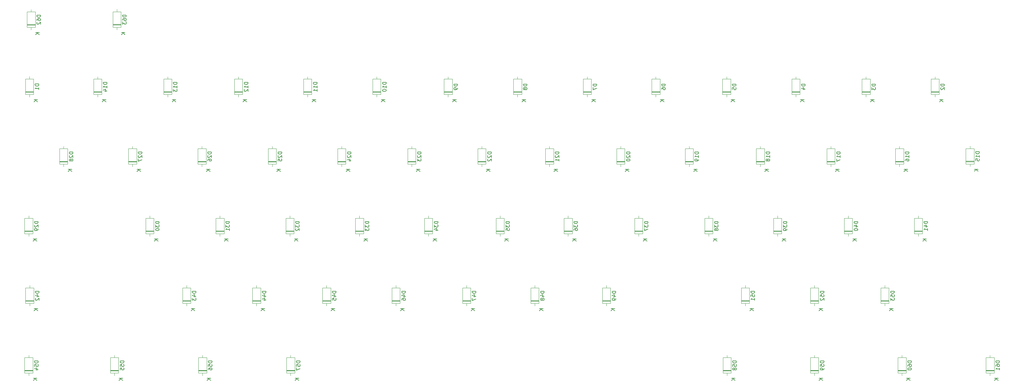
<source format=gbr>
%TF.GenerationSoftware,KiCad,Pcbnew,9.0.0*%
%TF.CreationDate,2025-06-14T23:29:26+05:30*%
%TF.ProjectId,keyboard,6b657962-6f61-4726-942e-6b696361645f,rev?*%
%TF.SameCoordinates,Original*%
%TF.FileFunction,Legend,Bot*%
%TF.FilePolarity,Positive*%
%FSLAX46Y46*%
G04 Gerber Fmt 4.6, Leading zero omitted, Abs format (unit mm)*
G04 Created by KiCad (PCBNEW 9.0.0) date 2025-06-14 23:29:26*
%MOMM*%
%LPD*%
G01*
G04 APERTURE LIST*
%ADD10C,0.150000*%
%ADD11C,0.120000*%
G04 APERTURE END LIST*
D10*
X17024819Y-128785714D02*
X16024819Y-128785714D01*
X16024819Y-128785714D02*
X16024819Y-129023809D01*
X16024819Y-129023809D02*
X16072438Y-129166666D01*
X16072438Y-129166666D02*
X16167676Y-129261904D01*
X16167676Y-129261904D02*
X16262914Y-129309523D01*
X16262914Y-129309523D02*
X16453390Y-129357142D01*
X16453390Y-129357142D02*
X16596247Y-129357142D01*
X16596247Y-129357142D02*
X16786723Y-129309523D01*
X16786723Y-129309523D02*
X16881961Y-129261904D01*
X16881961Y-129261904D02*
X16977200Y-129166666D01*
X16977200Y-129166666D02*
X17024819Y-129023809D01*
X17024819Y-129023809D02*
X17024819Y-128785714D01*
X16024819Y-130261904D02*
X16024819Y-129785714D01*
X16024819Y-129785714D02*
X16501009Y-129738095D01*
X16501009Y-129738095D02*
X16453390Y-129785714D01*
X16453390Y-129785714D02*
X16405771Y-129880952D01*
X16405771Y-129880952D02*
X16405771Y-130119047D01*
X16405771Y-130119047D02*
X16453390Y-130214285D01*
X16453390Y-130214285D02*
X16501009Y-130261904D01*
X16501009Y-130261904D02*
X16596247Y-130309523D01*
X16596247Y-130309523D02*
X16834342Y-130309523D01*
X16834342Y-130309523D02*
X16929580Y-130261904D01*
X16929580Y-130261904D02*
X16977200Y-130214285D01*
X16977200Y-130214285D02*
X17024819Y-130119047D01*
X17024819Y-130119047D02*
X17024819Y-129880952D01*
X17024819Y-129880952D02*
X16977200Y-129785714D01*
X16977200Y-129785714D02*
X16929580Y-129738095D01*
X16358152Y-131166666D02*
X17024819Y-131166666D01*
X15977200Y-130928571D02*
X16691485Y-130690476D01*
X16691485Y-130690476D02*
X16691485Y-131309523D01*
X16704819Y-133548095D02*
X15704819Y-133548095D01*
X16704819Y-134119523D02*
X16133390Y-133690952D01*
X15704819Y-134119523D02*
X16276247Y-133548095D01*
X178684819Y-71635714D02*
X177684819Y-71635714D01*
X177684819Y-71635714D02*
X177684819Y-71873809D01*
X177684819Y-71873809D02*
X177732438Y-72016666D01*
X177732438Y-72016666D02*
X177827676Y-72111904D01*
X177827676Y-72111904D02*
X177922914Y-72159523D01*
X177922914Y-72159523D02*
X178113390Y-72207142D01*
X178113390Y-72207142D02*
X178256247Y-72207142D01*
X178256247Y-72207142D02*
X178446723Y-72159523D01*
X178446723Y-72159523D02*
X178541961Y-72111904D01*
X178541961Y-72111904D02*
X178637200Y-72016666D01*
X178637200Y-72016666D02*
X178684819Y-71873809D01*
X178684819Y-71873809D02*
X178684819Y-71635714D01*
X177780057Y-72588095D02*
X177732438Y-72635714D01*
X177732438Y-72635714D02*
X177684819Y-72730952D01*
X177684819Y-72730952D02*
X177684819Y-72969047D01*
X177684819Y-72969047D02*
X177732438Y-73064285D01*
X177732438Y-73064285D02*
X177780057Y-73111904D01*
X177780057Y-73111904D02*
X177875295Y-73159523D01*
X177875295Y-73159523D02*
X177970533Y-73159523D01*
X177970533Y-73159523D02*
X178113390Y-73111904D01*
X178113390Y-73111904D02*
X178684819Y-72540476D01*
X178684819Y-72540476D02*
X178684819Y-73159523D01*
X177684819Y-73778571D02*
X177684819Y-73873809D01*
X177684819Y-73873809D02*
X177732438Y-73969047D01*
X177732438Y-73969047D02*
X177780057Y-74016666D01*
X177780057Y-74016666D02*
X177875295Y-74064285D01*
X177875295Y-74064285D02*
X178065771Y-74111904D01*
X178065771Y-74111904D02*
X178303866Y-74111904D01*
X178303866Y-74111904D02*
X178494342Y-74064285D01*
X178494342Y-74064285D02*
X178589580Y-74016666D01*
X178589580Y-74016666D02*
X178637200Y-73969047D01*
X178637200Y-73969047D02*
X178684819Y-73873809D01*
X178684819Y-73873809D02*
X178684819Y-73778571D01*
X178684819Y-73778571D02*
X178637200Y-73683333D01*
X178637200Y-73683333D02*
X178589580Y-73635714D01*
X178589580Y-73635714D02*
X178494342Y-73588095D01*
X178494342Y-73588095D02*
X178303866Y-73540476D01*
X178303866Y-73540476D02*
X178065771Y-73540476D01*
X178065771Y-73540476D02*
X177875295Y-73588095D01*
X177875295Y-73588095D02*
X177780057Y-73635714D01*
X177780057Y-73635714D02*
X177732438Y-73683333D01*
X177732438Y-73683333D02*
X177684819Y-73778571D01*
X178364819Y-76398095D02*
X177364819Y-76398095D01*
X178364819Y-76969523D02*
X177793390Y-76540952D01*
X177364819Y-76969523D02*
X177936247Y-76398095D01*
X93174819Y-52575714D02*
X92174819Y-52575714D01*
X92174819Y-52575714D02*
X92174819Y-52813809D01*
X92174819Y-52813809D02*
X92222438Y-52956666D01*
X92222438Y-52956666D02*
X92317676Y-53051904D01*
X92317676Y-53051904D02*
X92412914Y-53099523D01*
X92412914Y-53099523D02*
X92603390Y-53147142D01*
X92603390Y-53147142D02*
X92746247Y-53147142D01*
X92746247Y-53147142D02*
X92936723Y-53099523D01*
X92936723Y-53099523D02*
X93031961Y-53051904D01*
X93031961Y-53051904D02*
X93127200Y-52956666D01*
X93127200Y-52956666D02*
X93174819Y-52813809D01*
X93174819Y-52813809D02*
X93174819Y-52575714D01*
X93174819Y-54099523D02*
X93174819Y-53528095D01*
X93174819Y-53813809D02*
X92174819Y-53813809D01*
X92174819Y-53813809D02*
X92317676Y-53718571D01*
X92317676Y-53718571D02*
X92412914Y-53623333D01*
X92412914Y-53623333D02*
X92460533Y-53528095D01*
X93174819Y-55051904D02*
X93174819Y-54480476D01*
X93174819Y-54766190D02*
X92174819Y-54766190D01*
X92174819Y-54766190D02*
X92317676Y-54670952D01*
X92317676Y-54670952D02*
X92412914Y-54575714D01*
X92412914Y-54575714D02*
X92460533Y-54480476D01*
X92854819Y-57338095D02*
X91854819Y-57338095D01*
X92854819Y-57909523D02*
X92283390Y-57480952D01*
X91854819Y-57909523D02*
X92426247Y-57338095D01*
X74294819Y-52575714D02*
X73294819Y-52575714D01*
X73294819Y-52575714D02*
X73294819Y-52813809D01*
X73294819Y-52813809D02*
X73342438Y-52956666D01*
X73342438Y-52956666D02*
X73437676Y-53051904D01*
X73437676Y-53051904D02*
X73532914Y-53099523D01*
X73532914Y-53099523D02*
X73723390Y-53147142D01*
X73723390Y-53147142D02*
X73866247Y-53147142D01*
X73866247Y-53147142D02*
X74056723Y-53099523D01*
X74056723Y-53099523D02*
X74151961Y-53051904D01*
X74151961Y-53051904D02*
X74247200Y-52956666D01*
X74247200Y-52956666D02*
X74294819Y-52813809D01*
X74294819Y-52813809D02*
X74294819Y-52575714D01*
X74294819Y-54099523D02*
X74294819Y-53528095D01*
X74294819Y-53813809D02*
X73294819Y-53813809D01*
X73294819Y-53813809D02*
X73437676Y-53718571D01*
X73437676Y-53718571D02*
X73532914Y-53623333D01*
X73532914Y-53623333D02*
X73580533Y-53528095D01*
X73390057Y-54480476D02*
X73342438Y-54528095D01*
X73342438Y-54528095D02*
X73294819Y-54623333D01*
X73294819Y-54623333D02*
X73294819Y-54861428D01*
X73294819Y-54861428D02*
X73342438Y-54956666D01*
X73342438Y-54956666D02*
X73390057Y-55004285D01*
X73390057Y-55004285D02*
X73485295Y-55051904D01*
X73485295Y-55051904D02*
X73580533Y-55051904D01*
X73580533Y-55051904D02*
X73723390Y-55004285D01*
X73723390Y-55004285D02*
X74294819Y-54432857D01*
X74294819Y-54432857D02*
X74294819Y-55051904D01*
X73974819Y-57338095D02*
X72974819Y-57338095D01*
X73974819Y-57909523D02*
X73403390Y-57480952D01*
X72974819Y-57909523D02*
X73546247Y-57338095D01*
X145734819Y-90645714D02*
X144734819Y-90645714D01*
X144734819Y-90645714D02*
X144734819Y-90883809D01*
X144734819Y-90883809D02*
X144782438Y-91026666D01*
X144782438Y-91026666D02*
X144877676Y-91121904D01*
X144877676Y-91121904D02*
X144972914Y-91169523D01*
X144972914Y-91169523D02*
X145163390Y-91217142D01*
X145163390Y-91217142D02*
X145306247Y-91217142D01*
X145306247Y-91217142D02*
X145496723Y-91169523D01*
X145496723Y-91169523D02*
X145591961Y-91121904D01*
X145591961Y-91121904D02*
X145687200Y-91026666D01*
X145687200Y-91026666D02*
X145734819Y-90883809D01*
X145734819Y-90883809D02*
X145734819Y-90645714D01*
X144734819Y-91550476D02*
X144734819Y-92169523D01*
X144734819Y-92169523D02*
X145115771Y-91836190D01*
X145115771Y-91836190D02*
X145115771Y-91979047D01*
X145115771Y-91979047D02*
X145163390Y-92074285D01*
X145163390Y-92074285D02*
X145211009Y-92121904D01*
X145211009Y-92121904D02*
X145306247Y-92169523D01*
X145306247Y-92169523D02*
X145544342Y-92169523D01*
X145544342Y-92169523D02*
X145639580Y-92121904D01*
X145639580Y-92121904D02*
X145687200Y-92074285D01*
X145687200Y-92074285D02*
X145734819Y-91979047D01*
X145734819Y-91979047D02*
X145734819Y-91693333D01*
X145734819Y-91693333D02*
X145687200Y-91598095D01*
X145687200Y-91598095D02*
X145639580Y-91550476D01*
X144734819Y-93074285D02*
X144734819Y-92598095D01*
X144734819Y-92598095D02*
X145211009Y-92550476D01*
X145211009Y-92550476D02*
X145163390Y-92598095D01*
X145163390Y-92598095D02*
X145115771Y-92693333D01*
X145115771Y-92693333D02*
X145115771Y-92931428D01*
X145115771Y-92931428D02*
X145163390Y-93026666D01*
X145163390Y-93026666D02*
X145211009Y-93074285D01*
X145211009Y-93074285D02*
X145306247Y-93121904D01*
X145306247Y-93121904D02*
X145544342Y-93121904D01*
X145544342Y-93121904D02*
X145639580Y-93074285D01*
X145639580Y-93074285D02*
X145687200Y-93026666D01*
X145687200Y-93026666D02*
X145734819Y-92931428D01*
X145734819Y-92931428D02*
X145734819Y-92693333D01*
X145734819Y-92693333D02*
X145687200Y-92598095D01*
X145687200Y-92598095D02*
X145639580Y-92550476D01*
X145414819Y-95408095D02*
X144414819Y-95408095D01*
X145414819Y-95979523D02*
X144843390Y-95550952D01*
X144414819Y-95979523D02*
X144986247Y-95408095D01*
X54964819Y-52575714D02*
X53964819Y-52575714D01*
X53964819Y-52575714D02*
X53964819Y-52813809D01*
X53964819Y-52813809D02*
X54012438Y-52956666D01*
X54012438Y-52956666D02*
X54107676Y-53051904D01*
X54107676Y-53051904D02*
X54202914Y-53099523D01*
X54202914Y-53099523D02*
X54393390Y-53147142D01*
X54393390Y-53147142D02*
X54536247Y-53147142D01*
X54536247Y-53147142D02*
X54726723Y-53099523D01*
X54726723Y-53099523D02*
X54821961Y-53051904D01*
X54821961Y-53051904D02*
X54917200Y-52956666D01*
X54917200Y-52956666D02*
X54964819Y-52813809D01*
X54964819Y-52813809D02*
X54964819Y-52575714D01*
X54964819Y-54099523D02*
X54964819Y-53528095D01*
X54964819Y-53813809D02*
X53964819Y-53813809D01*
X53964819Y-53813809D02*
X54107676Y-53718571D01*
X54107676Y-53718571D02*
X54202914Y-53623333D01*
X54202914Y-53623333D02*
X54250533Y-53528095D01*
X53964819Y-54432857D02*
X53964819Y-55051904D01*
X53964819Y-55051904D02*
X54345771Y-54718571D01*
X54345771Y-54718571D02*
X54345771Y-54861428D01*
X54345771Y-54861428D02*
X54393390Y-54956666D01*
X54393390Y-54956666D02*
X54441009Y-55004285D01*
X54441009Y-55004285D02*
X54536247Y-55051904D01*
X54536247Y-55051904D02*
X54774342Y-55051904D01*
X54774342Y-55051904D02*
X54869580Y-55004285D01*
X54869580Y-55004285D02*
X54917200Y-54956666D01*
X54917200Y-54956666D02*
X54964819Y-54861428D01*
X54964819Y-54861428D02*
X54964819Y-54575714D01*
X54964819Y-54575714D02*
X54917200Y-54480476D01*
X54917200Y-54480476D02*
X54869580Y-54432857D01*
X54644819Y-57338095D02*
X53644819Y-57338095D01*
X54644819Y-57909523D02*
X54073390Y-57480952D01*
X53644819Y-57909523D02*
X54216247Y-57338095D01*
X240844819Y-90645714D02*
X239844819Y-90645714D01*
X239844819Y-90645714D02*
X239844819Y-90883809D01*
X239844819Y-90883809D02*
X239892438Y-91026666D01*
X239892438Y-91026666D02*
X239987676Y-91121904D01*
X239987676Y-91121904D02*
X240082914Y-91169523D01*
X240082914Y-91169523D02*
X240273390Y-91217142D01*
X240273390Y-91217142D02*
X240416247Y-91217142D01*
X240416247Y-91217142D02*
X240606723Y-91169523D01*
X240606723Y-91169523D02*
X240701961Y-91121904D01*
X240701961Y-91121904D02*
X240797200Y-91026666D01*
X240797200Y-91026666D02*
X240844819Y-90883809D01*
X240844819Y-90883809D02*
X240844819Y-90645714D01*
X240178152Y-92074285D02*
X240844819Y-92074285D01*
X239797200Y-91836190D02*
X240511485Y-91598095D01*
X240511485Y-91598095D02*
X240511485Y-92217142D01*
X239844819Y-92788571D02*
X239844819Y-92883809D01*
X239844819Y-92883809D02*
X239892438Y-92979047D01*
X239892438Y-92979047D02*
X239940057Y-93026666D01*
X239940057Y-93026666D02*
X240035295Y-93074285D01*
X240035295Y-93074285D02*
X240225771Y-93121904D01*
X240225771Y-93121904D02*
X240463866Y-93121904D01*
X240463866Y-93121904D02*
X240654342Y-93074285D01*
X240654342Y-93074285D02*
X240749580Y-93026666D01*
X240749580Y-93026666D02*
X240797200Y-92979047D01*
X240797200Y-92979047D02*
X240844819Y-92883809D01*
X240844819Y-92883809D02*
X240844819Y-92788571D01*
X240844819Y-92788571D02*
X240797200Y-92693333D01*
X240797200Y-92693333D02*
X240749580Y-92645714D01*
X240749580Y-92645714D02*
X240654342Y-92598095D01*
X240654342Y-92598095D02*
X240463866Y-92550476D01*
X240463866Y-92550476D02*
X240225771Y-92550476D01*
X240225771Y-92550476D02*
X240035295Y-92598095D01*
X240035295Y-92598095D02*
X239940057Y-92645714D01*
X239940057Y-92645714D02*
X239892438Y-92693333D01*
X239892438Y-92693333D02*
X239844819Y-92788571D01*
X240524819Y-95408095D02*
X239524819Y-95408095D01*
X240524819Y-95979523D02*
X239953390Y-95550952D01*
X239524819Y-95979523D02*
X240096247Y-95408095D01*
X64494819Y-128785714D02*
X63494819Y-128785714D01*
X63494819Y-128785714D02*
X63494819Y-129023809D01*
X63494819Y-129023809D02*
X63542438Y-129166666D01*
X63542438Y-129166666D02*
X63637676Y-129261904D01*
X63637676Y-129261904D02*
X63732914Y-129309523D01*
X63732914Y-129309523D02*
X63923390Y-129357142D01*
X63923390Y-129357142D02*
X64066247Y-129357142D01*
X64066247Y-129357142D02*
X64256723Y-129309523D01*
X64256723Y-129309523D02*
X64351961Y-129261904D01*
X64351961Y-129261904D02*
X64447200Y-129166666D01*
X64447200Y-129166666D02*
X64494819Y-129023809D01*
X64494819Y-129023809D02*
X64494819Y-128785714D01*
X63494819Y-130261904D02*
X63494819Y-129785714D01*
X63494819Y-129785714D02*
X63971009Y-129738095D01*
X63971009Y-129738095D02*
X63923390Y-129785714D01*
X63923390Y-129785714D02*
X63875771Y-129880952D01*
X63875771Y-129880952D02*
X63875771Y-130119047D01*
X63875771Y-130119047D02*
X63923390Y-130214285D01*
X63923390Y-130214285D02*
X63971009Y-130261904D01*
X63971009Y-130261904D02*
X64066247Y-130309523D01*
X64066247Y-130309523D02*
X64304342Y-130309523D01*
X64304342Y-130309523D02*
X64399580Y-130261904D01*
X64399580Y-130261904D02*
X64447200Y-130214285D01*
X64447200Y-130214285D02*
X64494819Y-130119047D01*
X64494819Y-130119047D02*
X64494819Y-129880952D01*
X64494819Y-129880952D02*
X64447200Y-129785714D01*
X64447200Y-129785714D02*
X64399580Y-129738095D01*
X63494819Y-131166666D02*
X63494819Y-130976190D01*
X63494819Y-130976190D02*
X63542438Y-130880952D01*
X63542438Y-130880952D02*
X63590057Y-130833333D01*
X63590057Y-130833333D02*
X63732914Y-130738095D01*
X63732914Y-130738095D02*
X63923390Y-130690476D01*
X63923390Y-130690476D02*
X64304342Y-130690476D01*
X64304342Y-130690476D02*
X64399580Y-130738095D01*
X64399580Y-130738095D02*
X64447200Y-130785714D01*
X64447200Y-130785714D02*
X64494819Y-130880952D01*
X64494819Y-130880952D02*
X64494819Y-131071428D01*
X64494819Y-131071428D02*
X64447200Y-131166666D01*
X64447200Y-131166666D02*
X64399580Y-131214285D01*
X64399580Y-131214285D02*
X64304342Y-131261904D01*
X64304342Y-131261904D02*
X64066247Y-131261904D01*
X64066247Y-131261904D02*
X63971009Y-131214285D01*
X63971009Y-131214285D02*
X63923390Y-131166666D01*
X63923390Y-131166666D02*
X63875771Y-131071428D01*
X63875771Y-131071428D02*
X63875771Y-130880952D01*
X63875771Y-130880952D02*
X63923390Y-130785714D01*
X63923390Y-130785714D02*
X63971009Y-130738095D01*
X63971009Y-130738095D02*
X64066247Y-130690476D01*
X64174819Y-133548095D02*
X63174819Y-133548095D01*
X64174819Y-134119523D02*
X63603390Y-133690952D01*
X63174819Y-134119523D02*
X63746247Y-133548095D01*
X136584819Y-109715714D02*
X135584819Y-109715714D01*
X135584819Y-109715714D02*
X135584819Y-109953809D01*
X135584819Y-109953809D02*
X135632438Y-110096666D01*
X135632438Y-110096666D02*
X135727676Y-110191904D01*
X135727676Y-110191904D02*
X135822914Y-110239523D01*
X135822914Y-110239523D02*
X136013390Y-110287142D01*
X136013390Y-110287142D02*
X136156247Y-110287142D01*
X136156247Y-110287142D02*
X136346723Y-110239523D01*
X136346723Y-110239523D02*
X136441961Y-110191904D01*
X136441961Y-110191904D02*
X136537200Y-110096666D01*
X136537200Y-110096666D02*
X136584819Y-109953809D01*
X136584819Y-109953809D02*
X136584819Y-109715714D01*
X135918152Y-111144285D02*
X136584819Y-111144285D01*
X135537200Y-110906190D02*
X136251485Y-110668095D01*
X136251485Y-110668095D02*
X136251485Y-111287142D01*
X135584819Y-111572857D02*
X135584819Y-112239523D01*
X135584819Y-112239523D02*
X136584819Y-111810952D01*
X136264819Y-114478095D02*
X135264819Y-114478095D01*
X136264819Y-115049523D02*
X135693390Y-114620952D01*
X135264819Y-115049523D02*
X135836247Y-114478095D01*
X40434819Y-128785714D02*
X39434819Y-128785714D01*
X39434819Y-128785714D02*
X39434819Y-129023809D01*
X39434819Y-129023809D02*
X39482438Y-129166666D01*
X39482438Y-129166666D02*
X39577676Y-129261904D01*
X39577676Y-129261904D02*
X39672914Y-129309523D01*
X39672914Y-129309523D02*
X39863390Y-129357142D01*
X39863390Y-129357142D02*
X40006247Y-129357142D01*
X40006247Y-129357142D02*
X40196723Y-129309523D01*
X40196723Y-129309523D02*
X40291961Y-129261904D01*
X40291961Y-129261904D02*
X40387200Y-129166666D01*
X40387200Y-129166666D02*
X40434819Y-129023809D01*
X40434819Y-129023809D02*
X40434819Y-128785714D01*
X39434819Y-130261904D02*
X39434819Y-129785714D01*
X39434819Y-129785714D02*
X39911009Y-129738095D01*
X39911009Y-129738095D02*
X39863390Y-129785714D01*
X39863390Y-129785714D02*
X39815771Y-129880952D01*
X39815771Y-129880952D02*
X39815771Y-130119047D01*
X39815771Y-130119047D02*
X39863390Y-130214285D01*
X39863390Y-130214285D02*
X39911009Y-130261904D01*
X39911009Y-130261904D02*
X40006247Y-130309523D01*
X40006247Y-130309523D02*
X40244342Y-130309523D01*
X40244342Y-130309523D02*
X40339580Y-130261904D01*
X40339580Y-130261904D02*
X40387200Y-130214285D01*
X40387200Y-130214285D02*
X40434819Y-130119047D01*
X40434819Y-130119047D02*
X40434819Y-129880952D01*
X40434819Y-129880952D02*
X40387200Y-129785714D01*
X40387200Y-129785714D02*
X40339580Y-129738095D01*
X39434819Y-131214285D02*
X39434819Y-130738095D01*
X39434819Y-130738095D02*
X39911009Y-130690476D01*
X39911009Y-130690476D02*
X39863390Y-130738095D01*
X39863390Y-130738095D02*
X39815771Y-130833333D01*
X39815771Y-130833333D02*
X39815771Y-131071428D01*
X39815771Y-131071428D02*
X39863390Y-131166666D01*
X39863390Y-131166666D02*
X39911009Y-131214285D01*
X39911009Y-131214285D02*
X40006247Y-131261904D01*
X40006247Y-131261904D02*
X40244342Y-131261904D01*
X40244342Y-131261904D02*
X40339580Y-131214285D01*
X40339580Y-131214285D02*
X40387200Y-131166666D01*
X40387200Y-131166666D02*
X40434819Y-131071428D01*
X40434819Y-131071428D02*
X40434819Y-130833333D01*
X40434819Y-130833333D02*
X40387200Y-130738095D01*
X40387200Y-130738095D02*
X40339580Y-130690476D01*
X40114819Y-133548095D02*
X39114819Y-133548095D01*
X40114819Y-134119523D02*
X39543390Y-133690952D01*
X39114819Y-134119523D02*
X39686247Y-133548095D01*
X107334819Y-90645714D02*
X106334819Y-90645714D01*
X106334819Y-90645714D02*
X106334819Y-90883809D01*
X106334819Y-90883809D02*
X106382438Y-91026666D01*
X106382438Y-91026666D02*
X106477676Y-91121904D01*
X106477676Y-91121904D02*
X106572914Y-91169523D01*
X106572914Y-91169523D02*
X106763390Y-91217142D01*
X106763390Y-91217142D02*
X106906247Y-91217142D01*
X106906247Y-91217142D02*
X107096723Y-91169523D01*
X107096723Y-91169523D02*
X107191961Y-91121904D01*
X107191961Y-91121904D02*
X107287200Y-91026666D01*
X107287200Y-91026666D02*
X107334819Y-90883809D01*
X107334819Y-90883809D02*
X107334819Y-90645714D01*
X106334819Y-91550476D02*
X106334819Y-92169523D01*
X106334819Y-92169523D02*
X106715771Y-91836190D01*
X106715771Y-91836190D02*
X106715771Y-91979047D01*
X106715771Y-91979047D02*
X106763390Y-92074285D01*
X106763390Y-92074285D02*
X106811009Y-92121904D01*
X106811009Y-92121904D02*
X106906247Y-92169523D01*
X106906247Y-92169523D02*
X107144342Y-92169523D01*
X107144342Y-92169523D02*
X107239580Y-92121904D01*
X107239580Y-92121904D02*
X107287200Y-92074285D01*
X107287200Y-92074285D02*
X107334819Y-91979047D01*
X107334819Y-91979047D02*
X107334819Y-91693333D01*
X107334819Y-91693333D02*
X107287200Y-91598095D01*
X107287200Y-91598095D02*
X107239580Y-91550476D01*
X106334819Y-92502857D02*
X106334819Y-93121904D01*
X106334819Y-93121904D02*
X106715771Y-92788571D01*
X106715771Y-92788571D02*
X106715771Y-92931428D01*
X106715771Y-92931428D02*
X106763390Y-93026666D01*
X106763390Y-93026666D02*
X106811009Y-93074285D01*
X106811009Y-93074285D02*
X106906247Y-93121904D01*
X106906247Y-93121904D02*
X107144342Y-93121904D01*
X107144342Y-93121904D02*
X107239580Y-93074285D01*
X107239580Y-93074285D02*
X107287200Y-93026666D01*
X107287200Y-93026666D02*
X107334819Y-92931428D01*
X107334819Y-92931428D02*
X107334819Y-92645714D01*
X107334819Y-92645714D02*
X107287200Y-92550476D01*
X107287200Y-92550476D02*
X107239580Y-92502857D01*
X107014819Y-95408095D02*
X106014819Y-95408095D01*
X107014819Y-95979523D02*
X106443390Y-95550952D01*
X106014819Y-95979523D02*
X106586247Y-95408095D01*
X236074819Y-71635714D02*
X235074819Y-71635714D01*
X235074819Y-71635714D02*
X235074819Y-71873809D01*
X235074819Y-71873809D02*
X235122438Y-72016666D01*
X235122438Y-72016666D02*
X235217676Y-72111904D01*
X235217676Y-72111904D02*
X235312914Y-72159523D01*
X235312914Y-72159523D02*
X235503390Y-72207142D01*
X235503390Y-72207142D02*
X235646247Y-72207142D01*
X235646247Y-72207142D02*
X235836723Y-72159523D01*
X235836723Y-72159523D02*
X235931961Y-72111904D01*
X235931961Y-72111904D02*
X236027200Y-72016666D01*
X236027200Y-72016666D02*
X236074819Y-71873809D01*
X236074819Y-71873809D02*
X236074819Y-71635714D01*
X236074819Y-73159523D02*
X236074819Y-72588095D01*
X236074819Y-72873809D02*
X235074819Y-72873809D01*
X235074819Y-72873809D02*
X235217676Y-72778571D01*
X235217676Y-72778571D02*
X235312914Y-72683333D01*
X235312914Y-72683333D02*
X235360533Y-72588095D01*
X235074819Y-73492857D02*
X235074819Y-74159523D01*
X235074819Y-74159523D02*
X236074819Y-73730952D01*
X235754819Y-76398095D02*
X234754819Y-76398095D01*
X235754819Y-76969523D02*
X235183390Y-76540952D01*
X234754819Y-76969523D02*
X235326247Y-76398095D01*
X174774819Y-109715714D02*
X173774819Y-109715714D01*
X173774819Y-109715714D02*
X173774819Y-109953809D01*
X173774819Y-109953809D02*
X173822438Y-110096666D01*
X173822438Y-110096666D02*
X173917676Y-110191904D01*
X173917676Y-110191904D02*
X174012914Y-110239523D01*
X174012914Y-110239523D02*
X174203390Y-110287142D01*
X174203390Y-110287142D02*
X174346247Y-110287142D01*
X174346247Y-110287142D02*
X174536723Y-110239523D01*
X174536723Y-110239523D02*
X174631961Y-110191904D01*
X174631961Y-110191904D02*
X174727200Y-110096666D01*
X174727200Y-110096666D02*
X174774819Y-109953809D01*
X174774819Y-109953809D02*
X174774819Y-109715714D01*
X174108152Y-111144285D02*
X174774819Y-111144285D01*
X173727200Y-110906190D02*
X174441485Y-110668095D01*
X174441485Y-110668095D02*
X174441485Y-111287142D01*
X174774819Y-111715714D02*
X174774819Y-111906190D01*
X174774819Y-111906190D02*
X174727200Y-112001428D01*
X174727200Y-112001428D02*
X174679580Y-112049047D01*
X174679580Y-112049047D02*
X174536723Y-112144285D01*
X174536723Y-112144285D02*
X174346247Y-112191904D01*
X174346247Y-112191904D02*
X173965295Y-112191904D01*
X173965295Y-112191904D02*
X173870057Y-112144285D01*
X173870057Y-112144285D02*
X173822438Y-112096666D01*
X173822438Y-112096666D02*
X173774819Y-112001428D01*
X173774819Y-112001428D02*
X173774819Y-111810952D01*
X173774819Y-111810952D02*
X173822438Y-111715714D01*
X173822438Y-111715714D02*
X173870057Y-111668095D01*
X173870057Y-111668095D02*
X173965295Y-111620476D01*
X173965295Y-111620476D02*
X174203390Y-111620476D01*
X174203390Y-111620476D02*
X174298628Y-111668095D01*
X174298628Y-111668095D02*
X174346247Y-111715714D01*
X174346247Y-111715714D02*
X174393866Y-111810952D01*
X174393866Y-111810952D02*
X174393866Y-112001428D01*
X174393866Y-112001428D02*
X174346247Y-112096666D01*
X174346247Y-112096666D02*
X174298628Y-112144285D01*
X174298628Y-112144285D02*
X174203390Y-112191904D01*
X174454819Y-114478095D02*
X173454819Y-114478095D01*
X174454819Y-115049523D02*
X173883390Y-114620952D01*
X173454819Y-115049523D02*
X174026247Y-114478095D01*
X88324819Y-90645714D02*
X87324819Y-90645714D01*
X87324819Y-90645714D02*
X87324819Y-90883809D01*
X87324819Y-90883809D02*
X87372438Y-91026666D01*
X87372438Y-91026666D02*
X87467676Y-91121904D01*
X87467676Y-91121904D02*
X87562914Y-91169523D01*
X87562914Y-91169523D02*
X87753390Y-91217142D01*
X87753390Y-91217142D02*
X87896247Y-91217142D01*
X87896247Y-91217142D02*
X88086723Y-91169523D01*
X88086723Y-91169523D02*
X88181961Y-91121904D01*
X88181961Y-91121904D02*
X88277200Y-91026666D01*
X88277200Y-91026666D02*
X88324819Y-90883809D01*
X88324819Y-90883809D02*
X88324819Y-90645714D01*
X87324819Y-91550476D02*
X87324819Y-92169523D01*
X87324819Y-92169523D02*
X87705771Y-91836190D01*
X87705771Y-91836190D02*
X87705771Y-91979047D01*
X87705771Y-91979047D02*
X87753390Y-92074285D01*
X87753390Y-92074285D02*
X87801009Y-92121904D01*
X87801009Y-92121904D02*
X87896247Y-92169523D01*
X87896247Y-92169523D02*
X88134342Y-92169523D01*
X88134342Y-92169523D02*
X88229580Y-92121904D01*
X88229580Y-92121904D02*
X88277200Y-92074285D01*
X88277200Y-92074285D02*
X88324819Y-91979047D01*
X88324819Y-91979047D02*
X88324819Y-91693333D01*
X88324819Y-91693333D02*
X88277200Y-91598095D01*
X88277200Y-91598095D02*
X88229580Y-91550476D01*
X87420057Y-92550476D02*
X87372438Y-92598095D01*
X87372438Y-92598095D02*
X87324819Y-92693333D01*
X87324819Y-92693333D02*
X87324819Y-92931428D01*
X87324819Y-92931428D02*
X87372438Y-93026666D01*
X87372438Y-93026666D02*
X87420057Y-93074285D01*
X87420057Y-93074285D02*
X87515295Y-93121904D01*
X87515295Y-93121904D02*
X87610533Y-93121904D01*
X87610533Y-93121904D02*
X87753390Y-93074285D01*
X87753390Y-93074285D02*
X88324819Y-92502857D01*
X88324819Y-92502857D02*
X88324819Y-93121904D01*
X88004819Y-95408095D02*
X87004819Y-95408095D01*
X88004819Y-95979523D02*
X87433390Y-95550952D01*
X87004819Y-95979523D02*
X87576247Y-95408095D01*
X17274819Y-109715714D02*
X16274819Y-109715714D01*
X16274819Y-109715714D02*
X16274819Y-109953809D01*
X16274819Y-109953809D02*
X16322438Y-110096666D01*
X16322438Y-110096666D02*
X16417676Y-110191904D01*
X16417676Y-110191904D02*
X16512914Y-110239523D01*
X16512914Y-110239523D02*
X16703390Y-110287142D01*
X16703390Y-110287142D02*
X16846247Y-110287142D01*
X16846247Y-110287142D02*
X17036723Y-110239523D01*
X17036723Y-110239523D02*
X17131961Y-110191904D01*
X17131961Y-110191904D02*
X17227200Y-110096666D01*
X17227200Y-110096666D02*
X17274819Y-109953809D01*
X17274819Y-109953809D02*
X17274819Y-109715714D01*
X16608152Y-111144285D02*
X17274819Y-111144285D01*
X16227200Y-110906190D02*
X16941485Y-110668095D01*
X16941485Y-110668095D02*
X16941485Y-111287142D01*
X16370057Y-111620476D02*
X16322438Y-111668095D01*
X16322438Y-111668095D02*
X16274819Y-111763333D01*
X16274819Y-111763333D02*
X16274819Y-112001428D01*
X16274819Y-112001428D02*
X16322438Y-112096666D01*
X16322438Y-112096666D02*
X16370057Y-112144285D01*
X16370057Y-112144285D02*
X16465295Y-112191904D01*
X16465295Y-112191904D02*
X16560533Y-112191904D01*
X16560533Y-112191904D02*
X16703390Y-112144285D01*
X16703390Y-112144285D02*
X17274819Y-111572857D01*
X17274819Y-111572857D02*
X17274819Y-112191904D01*
X16954819Y-114478095D02*
X15954819Y-114478095D01*
X16954819Y-115049523D02*
X16383390Y-114620952D01*
X15954819Y-115049523D02*
X16526247Y-114478095D01*
X212704819Y-109715714D02*
X211704819Y-109715714D01*
X211704819Y-109715714D02*
X211704819Y-109953809D01*
X211704819Y-109953809D02*
X211752438Y-110096666D01*
X211752438Y-110096666D02*
X211847676Y-110191904D01*
X211847676Y-110191904D02*
X211942914Y-110239523D01*
X211942914Y-110239523D02*
X212133390Y-110287142D01*
X212133390Y-110287142D02*
X212276247Y-110287142D01*
X212276247Y-110287142D02*
X212466723Y-110239523D01*
X212466723Y-110239523D02*
X212561961Y-110191904D01*
X212561961Y-110191904D02*
X212657200Y-110096666D01*
X212657200Y-110096666D02*
X212704819Y-109953809D01*
X212704819Y-109953809D02*
X212704819Y-109715714D01*
X211704819Y-111191904D02*
X211704819Y-110715714D01*
X211704819Y-110715714D02*
X212181009Y-110668095D01*
X212181009Y-110668095D02*
X212133390Y-110715714D01*
X212133390Y-110715714D02*
X212085771Y-110810952D01*
X212085771Y-110810952D02*
X212085771Y-111049047D01*
X212085771Y-111049047D02*
X212133390Y-111144285D01*
X212133390Y-111144285D02*
X212181009Y-111191904D01*
X212181009Y-111191904D02*
X212276247Y-111239523D01*
X212276247Y-111239523D02*
X212514342Y-111239523D01*
X212514342Y-111239523D02*
X212609580Y-111191904D01*
X212609580Y-111191904D02*
X212657200Y-111144285D01*
X212657200Y-111144285D02*
X212704819Y-111049047D01*
X212704819Y-111049047D02*
X212704819Y-110810952D01*
X212704819Y-110810952D02*
X212657200Y-110715714D01*
X212657200Y-110715714D02*
X212609580Y-110668095D01*
X212704819Y-112191904D02*
X212704819Y-111620476D01*
X212704819Y-111906190D02*
X211704819Y-111906190D01*
X211704819Y-111906190D02*
X211847676Y-111810952D01*
X211847676Y-111810952D02*
X211942914Y-111715714D01*
X211942914Y-111715714D02*
X211990533Y-111620476D01*
X212384819Y-114478095D02*
X211384819Y-114478095D01*
X212384819Y-115049523D02*
X211813390Y-114620952D01*
X211384819Y-115049523D02*
X211956247Y-114478095D01*
X102484819Y-71635714D02*
X101484819Y-71635714D01*
X101484819Y-71635714D02*
X101484819Y-71873809D01*
X101484819Y-71873809D02*
X101532438Y-72016666D01*
X101532438Y-72016666D02*
X101627676Y-72111904D01*
X101627676Y-72111904D02*
X101722914Y-72159523D01*
X101722914Y-72159523D02*
X101913390Y-72207142D01*
X101913390Y-72207142D02*
X102056247Y-72207142D01*
X102056247Y-72207142D02*
X102246723Y-72159523D01*
X102246723Y-72159523D02*
X102341961Y-72111904D01*
X102341961Y-72111904D02*
X102437200Y-72016666D01*
X102437200Y-72016666D02*
X102484819Y-71873809D01*
X102484819Y-71873809D02*
X102484819Y-71635714D01*
X101580057Y-72588095D02*
X101532438Y-72635714D01*
X101532438Y-72635714D02*
X101484819Y-72730952D01*
X101484819Y-72730952D02*
X101484819Y-72969047D01*
X101484819Y-72969047D02*
X101532438Y-73064285D01*
X101532438Y-73064285D02*
X101580057Y-73111904D01*
X101580057Y-73111904D02*
X101675295Y-73159523D01*
X101675295Y-73159523D02*
X101770533Y-73159523D01*
X101770533Y-73159523D02*
X101913390Y-73111904D01*
X101913390Y-73111904D02*
X102484819Y-72540476D01*
X102484819Y-72540476D02*
X102484819Y-73159523D01*
X101818152Y-74016666D02*
X102484819Y-74016666D01*
X101437200Y-73778571D02*
X102151485Y-73540476D01*
X102151485Y-73540476D02*
X102151485Y-74159523D01*
X102164819Y-76398095D02*
X101164819Y-76398095D01*
X102164819Y-76969523D02*
X101593390Y-76540952D01*
X101164819Y-76969523D02*
X101736247Y-76398095D01*
X17664819Y-34195714D02*
X16664819Y-34195714D01*
X16664819Y-34195714D02*
X16664819Y-34433809D01*
X16664819Y-34433809D02*
X16712438Y-34576666D01*
X16712438Y-34576666D02*
X16807676Y-34671904D01*
X16807676Y-34671904D02*
X16902914Y-34719523D01*
X16902914Y-34719523D02*
X17093390Y-34767142D01*
X17093390Y-34767142D02*
X17236247Y-34767142D01*
X17236247Y-34767142D02*
X17426723Y-34719523D01*
X17426723Y-34719523D02*
X17521961Y-34671904D01*
X17521961Y-34671904D02*
X17617200Y-34576666D01*
X17617200Y-34576666D02*
X17664819Y-34433809D01*
X17664819Y-34433809D02*
X17664819Y-34195714D01*
X16664819Y-35624285D02*
X16664819Y-35433809D01*
X16664819Y-35433809D02*
X16712438Y-35338571D01*
X16712438Y-35338571D02*
X16760057Y-35290952D01*
X16760057Y-35290952D02*
X16902914Y-35195714D01*
X16902914Y-35195714D02*
X17093390Y-35148095D01*
X17093390Y-35148095D02*
X17474342Y-35148095D01*
X17474342Y-35148095D02*
X17569580Y-35195714D01*
X17569580Y-35195714D02*
X17617200Y-35243333D01*
X17617200Y-35243333D02*
X17664819Y-35338571D01*
X17664819Y-35338571D02*
X17664819Y-35529047D01*
X17664819Y-35529047D02*
X17617200Y-35624285D01*
X17617200Y-35624285D02*
X17569580Y-35671904D01*
X17569580Y-35671904D02*
X17474342Y-35719523D01*
X17474342Y-35719523D02*
X17236247Y-35719523D01*
X17236247Y-35719523D02*
X17141009Y-35671904D01*
X17141009Y-35671904D02*
X17093390Y-35624285D01*
X17093390Y-35624285D02*
X17045771Y-35529047D01*
X17045771Y-35529047D02*
X17045771Y-35338571D01*
X17045771Y-35338571D02*
X17093390Y-35243333D01*
X17093390Y-35243333D02*
X17141009Y-35195714D01*
X17141009Y-35195714D02*
X17236247Y-35148095D01*
X16760057Y-36100476D02*
X16712438Y-36148095D01*
X16712438Y-36148095D02*
X16664819Y-36243333D01*
X16664819Y-36243333D02*
X16664819Y-36481428D01*
X16664819Y-36481428D02*
X16712438Y-36576666D01*
X16712438Y-36576666D02*
X16760057Y-36624285D01*
X16760057Y-36624285D02*
X16855295Y-36671904D01*
X16855295Y-36671904D02*
X16950533Y-36671904D01*
X16950533Y-36671904D02*
X17093390Y-36624285D01*
X17093390Y-36624285D02*
X17664819Y-36052857D01*
X17664819Y-36052857D02*
X17664819Y-36671904D01*
X17344819Y-38958095D02*
X16344819Y-38958095D01*
X17344819Y-39529523D02*
X16773390Y-39100952D01*
X16344819Y-39529523D02*
X16916247Y-38958095D01*
X150524819Y-53051905D02*
X149524819Y-53051905D01*
X149524819Y-53051905D02*
X149524819Y-53290000D01*
X149524819Y-53290000D02*
X149572438Y-53432857D01*
X149572438Y-53432857D02*
X149667676Y-53528095D01*
X149667676Y-53528095D02*
X149762914Y-53575714D01*
X149762914Y-53575714D02*
X149953390Y-53623333D01*
X149953390Y-53623333D02*
X150096247Y-53623333D01*
X150096247Y-53623333D02*
X150286723Y-53575714D01*
X150286723Y-53575714D02*
X150381961Y-53528095D01*
X150381961Y-53528095D02*
X150477200Y-53432857D01*
X150477200Y-53432857D02*
X150524819Y-53290000D01*
X150524819Y-53290000D02*
X150524819Y-53051905D01*
X149953390Y-54194762D02*
X149905771Y-54099524D01*
X149905771Y-54099524D02*
X149858152Y-54051905D01*
X149858152Y-54051905D02*
X149762914Y-54004286D01*
X149762914Y-54004286D02*
X149715295Y-54004286D01*
X149715295Y-54004286D02*
X149620057Y-54051905D01*
X149620057Y-54051905D02*
X149572438Y-54099524D01*
X149572438Y-54099524D02*
X149524819Y-54194762D01*
X149524819Y-54194762D02*
X149524819Y-54385238D01*
X149524819Y-54385238D02*
X149572438Y-54480476D01*
X149572438Y-54480476D02*
X149620057Y-54528095D01*
X149620057Y-54528095D02*
X149715295Y-54575714D01*
X149715295Y-54575714D02*
X149762914Y-54575714D01*
X149762914Y-54575714D02*
X149858152Y-54528095D01*
X149858152Y-54528095D02*
X149905771Y-54480476D01*
X149905771Y-54480476D02*
X149953390Y-54385238D01*
X149953390Y-54385238D02*
X149953390Y-54194762D01*
X149953390Y-54194762D02*
X150001009Y-54099524D01*
X150001009Y-54099524D02*
X150048628Y-54051905D01*
X150048628Y-54051905D02*
X150143866Y-54004286D01*
X150143866Y-54004286D02*
X150334342Y-54004286D01*
X150334342Y-54004286D02*
X150429580Y-54051905D01*
X150429580Y-54051905D02*
X150477200Y-54099524D01*
X150477200Y-54099524D02*
X150524819Y-54194762D01*
X150524819Y-54194762D02*
X150524819Y-54385238D01*
X150524819Y-54385238D02*
X150477200Y-54480476D01*
X150477200Y-54480476D02*
X150429580Y-54528095D01*
X150429580Y-54528095D02*
X150334342Y-54575714D01*
X150334342Y-54575714D02*
X150143866Y-54575714D01*
X150143866Y-54575714D02*
X150048628Y-54528095D01*
X150048628Y-54528095D02*
X150001009Y-54480476D01*
X150001009Y-54480476D02*
X149953390Y-54385238D01*
X150204819Y-57338095D02*
X149204819Y-57338095D01*
X150204819Y-57909523D02*
X149633390Y-57480952D01*
X149204819Y-57909523D02*
X149776247Y-57338095D01*
X188274819Y-53051905D02*
X187274819Y-53051905D01*
X187274819Y-53051905D02*
X187274819Y-53290000D01*
X187274819Y-53290000D02*
X187322438Y-53432857D01*
X187322438Y-53432857D02*
X187417676Y-53528095D01*
X187417676Y-53528095D02*
X187512914Y-53575714D01*
X187512914Y-53575714D02*
X187703390Y-53623333D01*
X187703390Y-53623333D02*
X187846247Y-53623333D01*
X187846247Y-53623333D02*
X188036723Y-53575714D01*
X188036723Y-53575714D02*
X188131961Y-53528095D01*
X188131961Y-53528095D02*
X188227200Y-53432857D01*
X188227200Y-53432857D02*
X188274819Y-53290000D01*
X188274819Y-53290000D02*
X188274819Y-53051905D01*
X187274819Y-54480476D02*
X187274819Y-54290000D01*
X187274819Y-54290000D02*
X187322438Y-54194762D01*
X187322438Y-54194762D02*
X187370057Y-54147143D01*
X187370057Y-54147143D02*
X187512914Y-54051905D01*
X187512914Y-54051905D02*
X187703390Y-54004286D01*
X187703390Y-54004286D02*
X188084342Y-54004286D01*
X188084342Y-54004286D02*
X188179580Y-54051905D01*
X188179580Y-54051905D02*
X188227200Y-54099524D01*
X188227200Y-54099524D02*
X188274819Y-54194762D01*
X188274819Y-54194762D02*
X188274819Y-54385238D01*
X188274819Y-54385238D02*
X188227200Y-54480476D01*
X188227200Y-54480476D02*
X188179580Y-54528095D01*
X188179580Y-54528095D02*
X188084342Y-54575714D01*
X188084342Y-54575714D02*
X187846247Y-54575714D01*
X187846247Y-54575714D02*
X187751009Y-54528095D01*
X187751009Y-54528095D02*
X187703390Y-54480476D01*
X187703390Y-54480476D02*
X187655771Y-54385238D01*
X187655771Y-54385238D02*
X187655771Y-54194762D01*
X187655771Y-54194762D02*
X187703390Y-54099524D01*
X187703390Y-54099524D02*
X187751009Y-54051905D01*
X187751009Y-54051905D02*
X187846247Y-54004286D01*
X187954819Y-57338095D02*
X186954819Y-57338095D01*
X187954819Y-57909523D02*
X187383390Y-57480952D01*
X186954819Y-57909523D02*
X187526247Y-57338095D01*
X279554819Y-128785714D02*
X278554819Y-128785714D01*
X278554819Y-128785714D02*
X278554819Y-129023809D01*
X278554819Y-129023809D02*
X278602438Y-129166666D01*
X278602438Y-129166666D02*
X278697676Y-129261904D01*
X278697676Y-129261904D02*
X278792914Y-129309523D01*
X278792914Y-129309523D02*
X278983390Y-129357142D01*
X278983390Y-129357142D02*
X279126247Y-129357142D01*
X279126247Y-129357142D02*
X279316723Y-129309523D01*
X279316723Y-129309523D02*
X279411961Y-129261904D01*
X279411961Y-129261904D02*
X279507200Y-129166666D01*
X279507200Y-129166666D02*
X279554819Y-129023809D01*
X279554819Y-129023809D02*
X279554819Y-128785714D01*
X278554819Y-130214285D02*
X278554819Y-130023809D01*
X278554819Y-130023809D02*
X278602438Y-129928571D01*
X278602438Y-129928571D02*
X278650057Y-129880952D01*
X278650057Y-129880952D02*
X278792914Y-129785714D01*
X278792914Y-129785714D02*
X278983390Y-129738095D01*
X278983390Y-129738095D02*
X279364342Y-129738095D01*
X279364342Y-129738095D02*
X279459580Y-129785714D01*
X279459580Y-129785714D02*
X279507200Y-129833333D01*
X279507200Y-129833333D02*
X279554819Y-129928571D01*
X279554819Y-129928571D02*
X279554819Y-130119047D01*
X279554819Y-130119047D02*
X279507200Y-130214285D01*
X279507200Y-130214285D02*
X279459580Y-130261904D01*
X279459580Y-130261904D02*
X279364342Y-130309523D01*
X279364342Y-130309523D02*
X279126247Y-130309523D01*
X279126247Y-130309523D02*
X279031009Y-130261904D01*
X279031009Y-130261904D02*
X278983390Y-130214285D01*
X278983390Y-130214285D02*
X278935771Y-130119047D01*
X278935771Y-130119047D02*
X278935771Y-129928571D01*
X278935771Y-129928571D02*
X278983390Y-129833333D01*
X278983390Y-129833333D02*
X279031009Y-129785714D01*
X279031009Y-129785714D02*
X279126247Y-129738095D01*
X279554819Y-131261904D02*
X279554819Y-130690476D01*
X279554819Y-130976190D02*
X278554819Y-130976190D01*
X278554819Y-130976190D02*
X278697676Y-130880952D01*
X278697676Y-130880952D02*
X278792914Y-130785714D01*
X278792914Y-130785714D02*
X278840533Y-130690476D01*
X279234819Y-133548095D02*
X278234819Y-133548095D01*
X279234819Y-134119523D02*
X278663390Y-133690952D01*
X278234819Y-134119523D02*
X278806247Y-133548095D01*
X245684819Y-53051905D02*
X244684819Y-53051905D01*
X244684819Y-53051905D02*
X244684819Y-53290000D01*
X244684819Y-53290000D02*
X244732438Y-53432857D01*
X244732438Y-53432857D02*
X244827676Y-53528095D01*
X244827676Y-53528095D02*
X244922914Y-53575714D01*
X244922914Y-53575714D02*
X245113390Y-53623333D01*
X245113390Y-53623333D02*
X245256247Y-53623333D01*
X245256247Y-53623333D02*
X245446723Y-53575714D01*
X245446723Y-53575714D02*
X245541961Y-53528095D01*
X245541961Y-53528095D02*
X245637200Y-53432857D01*
X245637200Y-53432857D02*
X245684819Y-53290000D01*
X245684819Y-53290000D02*
X245684819Y-53051905D01*
X244684819Y-53956667D02*
X244684819Y-54575714D01*
X244684819Y-54575714D02*
X245065771Y-54242381D01*
X245065771Y-54242381D02*
X245065771Y-54385238D01*
X245065771Y-54385238D02*
X245113390Y-54480476D01*
X245113390Y-54480476D02*
X245161009Y-54528095D01*
X245161009Y-54528095D02*
X245256247Y-54575714D01*
X245256247Y-54575714D02*
X245494342Y-54575714D01*
X245494342Y-54575714D02*
X245589580Y-54528095D01*
X245589580Y-54528095D02*
X245637200Y-54480476D01*
X245637200Y-54480476D02*
X245684819Y-54385238D01*
X245684819Y-54385238D02*
X245684819Y-54099524D01*
X245684819Y-54099524D02*
X245637200Y-54004286D01*
X245637200Y-54004286D02*
X245589580Y-53956667D01*
X245364819Y-57338095D02*
X244364819Y-57338095D01*
X245364819Y-57909523D02*
X244793390Y-57480952D01*
X244364819Y-57909523D02*
X244936247Y-57338095D01*
X259934819Y-90645714D02*
X258934819Y-90645714D01*
X258934819Y-90645714D02*
X258934819Y-90883809D01*
X258934819Y-90883809D02*
X258982438Y-91026666D01*
X258982438Y-91026666D02*
X259077676Y-91121904D01*
X259077676Y-91121904D02*
X259172914Y-91169523D01*
X259172914Y-91169523D02*
X259363390Y-91217142D01*
X259363390Y-91217142D02*
X259506247Y-91217142D01*
X259506247Y-91217142D02*
X259696723Y-91169523D01*
X259696723Y-91169523D02*
X259791961Y-91121904D01*
X259791961Y-91121904D02*
X259887200Y-91026666D01*
X259887200Y-91026666D02*
X259934819Y-90883809D01*
X259934819Y-90883809D02*
X259934819Y-90645714D01*
X259268152Y-92074285D02*
X259934819Y-92074285D01*
X258887200Y-91836190D02*
X259601485Y-91598095D01*
X259601485Y-91598095D02*
X259601485Y-92217142D01*
X259934819Y-93121904D02*
X259934819Y-92550476D01*
X259934819Y-92836190D02*
X258934819Y-92836190D01*
X258934819Y-92836190D02*
X259077676Y-92740952D01*
X259077676Y-92740952D02*
X259172914Y-92645714D01*
X259172914Y-92645714D02*
X259220533Y-92550476D01*
X259614819Y-95408095D02*
X258614819Y-95408095D01*
X259614819Y-95979523D02*
X259043390Y-95550952D01*
X258614819Y-95979523D02*
X259186247Y-95408095D01*
X69234819Y-90645714D02*
X68234819Y-90645714D01*
X68234819Y-90645714D02*
X68234819Y-90883809D01*
X68234819Y-90883809D02*
X68282438Y-91026666D01*
X68282438Y-91026666D02*
X68377676Y-91121904D01*
X68377676Y-91121904D02*
X68472914Y-91169523D01*
X68472914Y-91169523D02*
X68663390Y-91217142D01*
X68663390Y-91217142D02*
X68806247Y-91217142D01*
X68806247Y-91217142D02*
X68996723Y-91169523D01*
X68996723Y-91169523D02*
X69091961Y-91121904D01*
X69091961Y-91121904D02*
X69187200Y-91026666D01*
X69187200Y-91026666D02*
X69234819Y-90883809D01*
X69234819Y-90883809D02*
X69234819Y-90645714D01*
X68234819Y-91550476D02*
X68234819Y-92169523D01*
X68234819Y-92169523D02*
X68615771Y-91836190D01*
X68615771Y-91836190D02*
X68615771Y-91979047D01*
X68615771Y-91979047D02*
X68663390Y-92074285D01*
X68663390Y-92074285D02*
X68711009Y-92121904D01*
X68711009Y-92121904D02*
X68806247Y-92169523D01*
X68806247Y-92169523D02*
X69044342Y-92169523D01*
X69044342Y-92169523D02*
X69139580Y-92121904D01*
X69139580Y-92121904D02*
X69187200Y-92074285D01*
X69187200Y-92074285D02*
X69234819Y-91979047D01*
X69234819Y-91979047D02*
X69234819Y-91693333D01*
X69234819Y-91693333D02*
X69187200Y-91598095D01*
X69187200Y-91598095D02*
X69139580Y-91550476D01*
X69234819Y-93121904D02*
X69234819Y-92550476D01*
X69234819Y-92836190D02*
X68234819Y-92836190D01*
X68234819Y-92836190D02*
X68377676Y-92740952D01*
X68377676Y-92740952D02*
X68472914Y-92645714D01*
X68472914Y-92645714D02*
X68520533Y-92550476D01*
X68914819Y-95408095D02*
X67914819Y-95408095D01*
X68914819Y-95979523D02*
X68343390Y-95550952D01*
X67914819Y-95979523D02*
X68486247Y-95408095D01*
X131554819Y-53051905D02*
X130554819Y-53051905D01*
X130554819Y-53051905D02*
X130554819Y-53290000D01*
X130554819Y-53290000D02*
X130602438Y-53432857D01*
X130602438Y-53432857D02*
X130697676Y-53528095D01*
X130697676Y-53528095D02*
X130792914Y-53575714D01*
X130792914Y-53575714D02*
X130983390Y-53623333D01*
X130983390Y-53623333D02*
X131126247Y-53623333D01*
X131126247Y-53623333D02*
X131316723Y-53575714D01*
X131316723Y-53575714D02*
X131411961Y-53528095D01*
X131411961Y-53528095D02*
X131507200Y-53432857D01*
X131507200Y-53432857D02*
X131554819Y-53290000D01*
X131554819Y-53290000D02*
X131554819Y-53051905D01*
X131554819Y-54099524D02*
X131554819Y-54290000D01*
X131554819Y-54290000D02*
X131507200Y-54385238D01*
X131507200Y-54385238D02*
X131459580Y-54432857D01*
X131459580Y-54432857D02*
X131316723Y-54528095D01*
X131316723Y-54528095D02*
X131126247Y-54575714D01*
X131126247Y-54575714D02*
X130745295Y-54575714D01*
X130745295Y-54575714D02*
X130650057Y-54528095D01*
X130650057Y-54528095D02*
X130602438Y-54480476D01*
X130602438Y-54480476D02*
X130554819Y-54385238D01*
X130554819Y-54385238D02*
X130554819Y-54194762D01*
X130554819Y-54194762D02*
X130602438Y-54099524D01*
X130602438Y-54099524D02*
X130650057Y-54051905D01*
X130650057Y-54051905D02*
X130745295Y-54004286D01*
X130745295Y-54004286D02*
X130983390Y-54004286D01*
X130983390Y-54004286D02*
X131078628Y-54051905D01*
X131078628Y-54051905D02*
X131126247Y-54099524D01*
X131126247Y-54099524D02*
X131173866Y-54194762D01*
X131173866Y-54194762D02*
X131173866Y-54385238D01*
X131173866Y-54385238D02*
X131126247Y-54480476D01*
X131126247Y-54480476D02*
X131078628Y-54528095D01*
X131078628Y-54528095D02*
X130983390Y-54575714D01*
X131234819Y-57338095D02*
X130234819Y-57338095D01*
X131234819Y-57909523D02*
X130663390Y-57480952D01*
X130234819Y-57909523D02*
X130806247Y-57338095D01*
X140764819Y-71635714D02*
X139764819Y-71635714D01*
X139764819Y-71635714D02*
X139764819Y-71873809D01*
X139764819Y-71873809D02*
X139812438Y-72016666D01*
X139812438Y-72016666D02*
X139907676Y-72111904D01*
X139907676Y-72111904D02*
X140002914Y-72159523D01*
X140002914Y-72159523D02*
X140193390Y-72207142D01*
X140193390Y-72207142D02*
X140336247Y-72207142D01*
X140336247Y-72207142D02*
X140526723Y-72159523D01*
X140526723Y-72159523D02*
X140621961Y-72111904D01*
X140621961Y-72111904D02*
X140717200Y-72016666D01*
X140717200Y-72016666D02*
X140764819Y-71873809D01*
X140764819Y-71873809D02*
X140764819Y-71635714D01*
X139860057Y-72588095D02*
X139812438Y-72635714D01*
X139812438Y-72635714D02*
X139764819Y-72730952D01*
X139764819Y-72730952D02*
X139764819Y-72969047D01*
X139764819Y-72969047D02*
X139812438Y-73064285D01*
X139812438Y-73064285D02*
X139860057Y-73111904D01*
X139860057Y-73111904D02*
X139955295Y-73159523D01*
X139955295Y-73159523D02*
X140050533Y-73159523D01*
X140050533Y-73159523D02*
X140193390Y-73111904D01*
X140193390Y-73111904D02*
X140764819Y-72540476D01*
X140764819Y-72540476D02*
X140764819Y-73159523D01*
X139860057Y-73540476D02*
X139812438Y-73588095D01*
X139812438Y-73588095D02*
X139764819Y-73683333D01*
X139764819Y-73683333D02*
X139764819Y-73921428D01*
X139764819Y-73921428D02*
X139812438Y-74016666D01*
X139812438Y-74016666D02*
X139860057Y-74064285D01*
X139860057Y-74064285D02*
X139955295Y-74111904D01*
X139955295Y-74111904D02*
X140050533Y-74111904D01*
X140050533Y-74111904D02*
X140193390Y-74064285D01*
X140193390Y-74064285D02*
X140764819Y-73492857D01*
X140764819Y-73492857D02*
X140764819Y-74111904D01*
X140444819Y-76398095D02*
X139444819Y-76398095D01*
X140444819Y-76969523D02*
X139873390Y-76540952D01*
X139444819Y-76969523D02*
X140016247Y-76398095D01*
X45364819Y-71635714D02*
X44364819Y-71635714D01*
X44364819Y-71635714D02*
X44364819Y-71873809D01*
X44364819Y-71873809D02*
X44412438Y-72016666D01*
X44412438Y-72016666D02*
X44507676Y-72111904D01*
X44507676Y-72111904D02*
X44602914Y-72159523D01*
X44602914Y-72159523D02*
X44793390Y-72207142D01*
X44793390Y-72207142D02*
X44936247Y-72207142D01*
X44936247Y-72207142D02*
X45126723Y-72159523D01*
X45126723Y-72159523D02*
X45221961Y-72111904D01*
X45221961Y-72111904D02*
X45317200Y-72016666D01*
X45317200Y-72016666D02*
X45364819Y-71873809D01*
X45364819Y-71873809D02*
X45364819Y-71635714D01*
X44460057Y-72588095D02*
X44412438Y-72635714D01*
X44412438Y-72635714D02*
X44364819Y-72730952D01*
X44364819Y-72730952D02*
X44364819Y-72969047D01*
X44364819Y-72969047D02*
X44412438Y-73064285D01*
X44412438Y-73064285D02*
X44460057Y-73111904D01*
X44460057Y-73111904D02*
X44555295Y-73159523D01*
X44555295Y-73159523D02*
X44650533Y-73159523D01*
X44650533Y-73159523D02*
X44793390Y-73111904D01*
X44793390Y-73111904D02*
X45364819Y-72540476D01*
X45364819Y-72540476D02*
X45364819Y-73159523D01*
X44364819Y-73492857D02*
X44364819Y-74159523D01*
X44364819Y-74159523D02*
X45364819Y-73730952D01*
X45044819Y-76398095D02*
X44044819Y-76398095D01*
X45044819Y-76969523D02*
X44473390Y-76540952D01*
X44044819Y-76969523D02*
X44616247Y-76398095D01*
X121604819Y-71635714D02*
X120604819Y-71635714D01*
X120604819Y-71635714D02*
X120604819Y-71873809D01*
X120604819Y-71873809D02*
X120652438Y-72016666D01*
X120652438Y-72016666D02*
X120747676Y-72111904D01*
X120747676Y-72111904D02*
X120842914Y-72159523D01*
X120842914Y-72159523D02*
X121033390Y-72207142D01*
X121033390Y-72207142D02*
X121176247Y-72207142D01*
X121176247Y-72207142D02*
X121366723Y-72159523D01*
X121366723Y-72159523D02*
X121461961Y-72111904D01*
X121461961Y-72111904D02*
X121557200Y-72016666D01*
X121557200Y-72016666D02*
X121604819Y-71873809D01*
X121604819Y-71873809D02*
X121604819Y-71635714D01*
X120700057Y-72588095D02*
X120652438Y-72635714D01*
X120652438Y-72635714D02*
X120604819Y-72730952D01*
X120604819Y-72730952D02*
X120604819Y-72969047D01*
X120604819Y-72969047D02*
X120652438Y-73064285D01*
X120652438Y-73064285D02*
X120700057Y-73111904D01*
X120700057Y-73111904D02*
X120795295Y-73159523D01*
X120795295Y-73159523D02*
X120890533Y-73159523D01*
X120890533Y-73159523D02*
X121033390Y-73111904D01*
X121033390Y-73111904D02*
X121604819Y-72540476D01*
X121604819Y-72540476D02*
X121604819Y-73159523D01*
X120604819Y-73492857D02*
X120604819Y-74111904D01*
X120604819Y-74111904D02*
X120985771Y-73778571D01*
X120985771Y-73778571D02*
X120985771Y-73921428D01*
X120985771Y-73921428D02*
X121033390Y-74016666D01*
X121033390Y-74016666D02*
X121081009Y-74064285D01*
X121081009Y-74064285D02*
X121176247Y-74111904D01*
X121176247Y-74111904D02*
X121414342Y-74111904D01*
X121414342Y-74111904D02*
X121509580Y-74064285D01*
X121509580Y-74064285D02*
X121557200Y-74016666D01*
X121557200Y-74016666D02*
X121604819Y-73921428D01*
X121604819Y-73921428D02*
X121604819Y-73635714D01*
X121604819Y-73635714D02*
X121557200Y-73540476D01*
X121557200Y-73540476D02*
X121509580Y-73492857D01*
X121284819Y-76398095D02*
X120284819Y-76398095D01*
X121284819Y-76969523D02*
X120713390Y-76540952D01*
X120284819Y-76969523D02*
X120856247Y-76398095D01*
X164324819Y-90645714D02*
X163324819Y-90645714D01*
X163324819Y-90645714D02*
X163324819Y-90883809D01*
X163324819Y-90883809D02*
X163372438Y-91026666D01*
X163372438Y-91026666D02*
X163467676Y-91121904D01*
X163467676Y-91121904D02*
X163562914Y-91169523D01*
X163562914Y-91169523D02*
X163753390Y-91217142D01*
X163753390Y-91217142D02*
X163896247Y-91217142D01*
X163896247Y-91217142D02*
X164086723Y-91169523D01*
X164086723Y-91169523D02*
X164181961Y-91121904D01*
X164181961Y-91121904D02*
X164277200Y-91026666D01*
X164277200Y-91026666D02*
X164324819Y-90883809D01*
X164324819Y-90883809D02*
X164324819Y-90645714D01*
X163324819Y-91550476D02*
X163324819Y-92169523D01*
X163324819Y-92169523D02*
X163705771Y-91836190D01*
X163705771Y-91836190D02*
X163705771Y-91979047D01*
X163705771Y-91979047D02*
X163753390Y-92074285D01*
X163753390Y-92074285D02*
X163801009Y-92121904D01*
X163801009Y-92121904D02*
X163896247Y-92169523D01*
X163896247Y-92169523D02*
X164134342Y-92169523D01*
X164134342Y-92169523D02*
X164229580Y-92121904D01*
X164229580Y-92121904D02*
X164277200Y-92074285D01*
X164277200Y-92074285D02*
X164324819Y-91979047D01*
X164324819Y-91979047D02*
X164324819Y-91693333D01*
X164324819Y-91693333D02*
X164277200Y-91598095D01*
X164277200Y-91598095D02*
X164229580Y-91550476D01*
X163324819Y-93026666D02*
X163324819Y-92836190D01*
X163324819Y-92836190D02*
X163372438Y-92740952D01*
X163372438Y-92740952D02*
X163420057Y-92693333D01*
X163420057Y-92693333D02*
X163562914Y-92598095D01*
X163562914Y-92598095D02*
X163753390Y-92550476D01*
X163753390Y-92550476D02*
X164134342Y-92550476D01*
X164134342Y-92550476D02*
X164229580Y-92598095D01*
X164229580Y-92598095D02*
X164277200Y-92645714D01*
X164277200Y-92645714D02*
X164324819Y-92740952D01*
X164324819Y-92740952D02*
X164324819Y-92931428D01*
X164324819Y-92931428D02*
X164277200Y-93026666D01*
X164277200Y-93026666D02*
X164229580Y-93074285D01*
X164229580Y-93074285D02*
X164134342Y-93121904D01*
X164134342Y-93121904D02*
X163896247Y-93121904D01*
X163896247Y-93121904D02*
X163801009Y-93074285D01*
X163801009Y-93074285D02*
X163753390Y-93026666D01*
X163753390Y-93026666D02*
X163705771Y-92931428D01*
X163705771Y-92931428D02*
X163705771Y-92740952D01*
X163705771Y-92740952D02*
X163753390Y-92645714D01*
X163753390Y-92645714D02*
X163801009Y-92598095D01*
X163801009Y-92598095D02*
X163896247Y-92550476D01*
X164004819Y-95408095D02*
X163004819Y-95408095D01*
X164004819Y-95979523D02*
X163433390Y-95550952D01*
X163004819Y-95979523D02*
X163576247Y-95408095D01*
X231604819Y-109715714D02*
X230604819Y-109715714D01*
X230604819Y-109715714D02*
X230604819Y-109953809D01*
X230604819Y-109953809D02*
X230652438Y-110096666D01*
X230652438Y-110096666D02*
X230747676Y-110191904D01*
X230747676Y-110191904D02*
X230842914Y-110239523D01*
X230842914Y-110239523D02*
X231033390Y-110287142D01*
X231033390Y-110287142D02*
X231176247Y-110287142D01*
X231176247Y-110287142D02*
X231366723Y-110239523D01*
X231366723Y-110239523D02*
X231461961Y-110191904D01*
X231461961Y-110191904D02*
X231557200Y-110096666D01*
X231557200Y-110096666D02*
X231604819Y-109953809D01*
X231604819Y-109953809D02*
X231604819Y-109715714D01*
X230604819Y-111191904D02*
X230604819Y-110715714D01*
X230604819Y-110715714D02*
X231081009Y-110668095D01*
X231081009Y-110668095D02*
X231033390Y-110715714D01*
X231033390Y-110715714D02*
X230985771Y-110810952D01*
X230985771Y-110810952D02*
X230985771Y-111049047D01*
X230985771Y-111049047D02*
X231033390Y-111144285D01*
X231033390Y-111144285D02*
X231081009Y-111191904D01*
X231081009Y-111191904D02*
X231176247Y-111239523D01*
X231176247Y-111239523D02*
X231414342Y-111239523D01*
X231414342Y-111239523D02*
X231509580Y-111191904D01*
X231509580Y-111191904D02*
X231557200Y-111144285D01*
X231557200Y-111144285D02*
X231604819Y-111049047D01*
X231604819Y-111049047D02*
X231604819Y-110810952D01*
X231604819Y-110810952D02*
X231557200Y-110715714D01*
X231557200Y-110715714D02*
X231509580Y-110668095D01*
X230700057Y-111620476D02*
X230652438Y-111668095D01*
X230652438Y-111668095D02*
X230604819Y-111763333D01*
X230604819Y-111763333D02*
X230604819Y-112001428D01*
X230604819Y-112001428D02*
X230652438Y-112096666D01*
X230652438Y-112096666D02*
X230700057Y-112144285D01*
X230700057Y-112144285D02*
X230795295Y-112191904D01*
X230795295Y-112191904D02*
X230890533Y-112191904D01*
X230890533Y-112191904D02*
X231033390Y-112144285D01*
X231033390Y-112144285D02*
X231604819Y-111572857D01*
X231604819Y-111572857D02*
X231604819Y-112191904D01*
X231284819Y-114478095D02*
X230284819Y-114478095D01*
X231284819Y-115049523D02*
X230713390Y-114620952D01*
X230284819Y-115049523D02*
X230856247Y-114478095D01*
X207704819Y-128785714D02*
X206704819Y-128785714D01*
X206704819Y-128785714D02*
X206704819Y-129023809D01*
X206704819Y-129023809D02*
X206752438Y-129166666D01*
X206752438Y-129166666D02*
X206847676Y-129261904D01*
X206847676Y-129261904D02*
X206942914Y-129309523D01*
X206942914Y-129309523D02*
X207133390Y-129357142D01*
X207133390Y-129357142D02*
X207276247Y-129357142D01*
X207276247Y-129357142D02*
X207466723Y-129309523D01*
X207466723Y-129309523D02*
X207561961Y-129261904D01*
X207561961Y-129261904D02*
X207657200Y-129166666D01*
X207657200Y-129166666D02*
X207704819Y-129023809D01*
X207704819Y-129023809D02*
X207704819Y-128785714D01*
X206704819Y-130261904D02*
X206704819Y-129785714D01*
X206704819Y-129785714D02*
X207181009Y-129738095D01*
X207181009Y-129738095D02*
X207133390Y-129785714D01*
X207133390Y-129785714D02*
X207085771Y-129880952D01*
X207085771Y-129880952D02*
X207085771Y-130119047D01*
X207085771Y-130119047D02*
X207133390Y-130214285D01*
X207133390Y-130214285D02*
X207181009Y-130261904D01*
X207181009Y-130261904D02*
X207276247Y-130309523D01*
X207276247Y-130309523D02*
X207514342Y-130309523D01*
X207514342Y-130309523D02*
X207609580Y-130261904D01*
X207609580Y-130261904D02*
X207657200Y-130214285D01*
X207657200Y-130214285D02*
X207704819Y-130119047D01*
X207704819Y-130119047D02*
X207704819Y-129880952D01*
X207704819Y-129880952D02*
X207657200Y-129785714D01*
X207657200Y-129785714D02*
X207609580Y-129738095D01*
X207133390Y-130880952D02*
X207085771Y-130785714D01*
X207085771Y-130785714D02*
X207038152Y-130738095D01*
X207038152Y-130738095D02*
X206942914Y-130690476D01*
X206942914Y-130690476D02*
X206895295Y-130690476D01*
X206895295Y-130690476D02*
X206800057Y-130738095D01*
X206800057Y-130738095D02*
X206752438Y-130785714D01*
X206752438Y-130785714D02*
X206704819Y-130880952D01*
X206704819Y-130880952D02*
X206704819Y-131071428D01*
X206704819Y-131071428D02*
X206752438Y-131166666D01*
X206752438Y-131166666D02*
X206800057Y-131214285D01*
X206800057Y-131214285D02*
X206895295Y-131261904D01*
X206895295Y-131261904D02*
X206942914Y-131261904D01*
X206942914Y-131261904D02*
X207038152Y-131214285D01*
X207038152Y-131214285D02*
X207085771Y-131166666D01*
X207085771Y-131166666D02*
X207133390Y-131071428D01*
X207133390Y-131071428D02*
X207133390Y-130880952D01*
X207133390Y-130880952D02*
X207181009Y-130785714D01*
X207181009Y-130785714D02*
X207228628Y-130738095D01*
X207228628Y-130738095D02*
X207323866Y-130690476D01*
X207323866Y-130690476D02*
X207514342Y-130690476D01*
X207514342Y-130690476D02*
X207609580Y-130738095D01*
X207609580Y-130738095D02*
X207657200Y-130785714D01*
X207657200Y-130785714D02*
X207704819Y-130880952D01*
X207704819Y-130880952D02*
X207704819Y-131071428D01*
X207704819Y-131071428D02*
X207657200Y-131166666D01*
X207657200Y-131166666D02*
X207609580Y-131214285D01*
X207609580Y-131214285D02*
X207514342Y-131261904D01*
X207514342Y-131261904D02*
X207323866Y-131261904D01*
X207323866Y-131261904D02*
X207228628Y-131214285D01*
X207228628Y-131214285D02*
X207181009Y-131166666D01*
X207181009Y-131166666D02*
X207133390Y-131071428D01*
X207384819Y-133548095D02*
X206384819Y-133548095D01*
X207384819Y-134119523D02*
X206813390Y-133690952D01*
X206384819Y-134119523D02*
X206956247Y-133548095D01*
X26524819Y-71635714D02*
X25524819Y-71635714D01*
X25524819Y-71635714D02*
X25524819Y-71873809D01*
X25524819Y-71873809D02*
X25572438Y-72016666D01*
X25572438Y-72016666D02*
X25667676Y-72111904D01*
X25667676Y-72111904D02*
X25762914Y-72159523D01*
X25762914Y-72159523D02*
X25953390Y-72207142D01*
X25953390Y-72207142D02*
X26096247Y-72207142D01*
X26096247Y-72207142D02*
X26286723Y-72159523D01*
X26286723Y-72159523D02*
X26381961Y-72111904D01*
X26381961Y-72111904D02*
X26477200Y-72016666D01*
X26477200Y-72016666D02*
X26524819Y-71873809D01*
X26524819Y-71873809D02*
X26524819Y-71635714D01*
X25620057Y-72588095D02*
X25572438Y-72635714D01*
X25572438Y-72635714D02*
X25524819Y-72730952D01*
X25524819Y-72730952D02*
X25524819Y-72969047D01*
X25524819Y-72969047D02*
X25572438Y-73064285D01*
X25572438Y-73064285D02*
X25620057Y-73111904D01*
X25620057Y-73111904D02*
X25715295Y-73159523D01*
X25715295Y-73159523D02*
X25810533Y-73159523D01*
X25810533Y-73159523D02*
X25953390Y-73111904D01*
X25953390Y-73111904D02*
X26524819Y-72540476D01*
X26524819Y-72540476D02*
X26524819Y-73159523D01*
X25953390Y-73730952D02*
X25905771Y-73635714D01*
X25905771Y-73635714D02*
X25858152Y-73588095D01*
X25858152Y-73588095D02*
X25762914Y-73540476D01*
X25762914Y-73540476D02*
X25715295Y-73540476D01*
X25715295Y-73540476D02*
X25620057Y-73588095D01*
X25620057Y-73588095D02*
X25572438Y-73635714D01*
X25572438Y-73635714D02*
X25524819Y-73730952D01*
X25524819Y-73730952D02*
X25524819Y-73921428D01*
X25524819Y-73921428D02*
X25572438Y-74016666D01*
X25572438Y-74016666D02*
X25620057Y-74064285D01*
X25620057Y-74064285D02*
X25715295Y-74111904D01*
X25715295Y-74111904D02*
X25762914Y-74111904D01*
X25762914Y-74111904D02*
X25858152Y-74064285D01*
X25858152Y-74064285D02*
X25905771Y-74016666D01*
X25905771Y-74016666D02*
X25953390Y-73921428D01*
X25953390Y-73921428D02*
X25953390Y-73730952D01*
X25953390Y-73730952D02*
X26001009Y-73635714D01*
X26001009Y-73635714D02*
X26048628Y-73588095D01*
X26048628Y-73588095D02*
X26143866Y-73540476D01*
X26143866Y-73540476D02*
X26334342Y-73540476D01*
X26334342Y-73540476D02*
X26429580Y-73588095D01*
X26429580Y-73588095D02*
X26477200Y-73635714D01*
X26477200Y-73635714D02*
X26524819Y-73730952D01*
X26524819Y-73730952D02*
X26524819Y-73921428D01*
X26524819Y-73921428D02*
X26477200Y-74016666D01*
X26477200Y-74016666D02*
X26429580Y-74064285D01*
X26429580Y-74064285D02*
X26334342Y-74111904D01*
X26334342Y-74111904D02*
X26143866Y-74111904D01*
X26143866Y-74111904D02*
X26048628Y-74064285D01*
X26048628Y-74064285D02*
X26001009Y-74016666D01*
X26001009Y-74016666D02*
X25953390Y-73921428D01*
X26204819Y-76398095D02*
X25204819Y-76398095D01*
X26204819Y-76969523D02*
X25633390Y-76540952D01*
X25204819Y-76969523D02*
X25776247Y-76398095D01*
X169554819Y-53051905D02*
X168554819Y-53051905D01*
X168554819Y-53051905D02*
X168554819Y-53290000D01*
X168554819Y-53290000D02*
X168602438Y-53432857D01*
X168602438Y-53432857D02*
X168697676Y-53528095D01*
X168697676Y-53528095D02*
X168792914Y-53575714D01*
X168792914Y-53575714D02*
X168983390Y-53623333D01*
X168983390Y-53623333D02*
X169126247Y-53623333D01*
X169126247Y-53623333D02*
X169316723Y-53575714D01*
X169316723Y-53575714D02*
X169411961Y-53528095D01*
X169411961Y-53528095D02*
X169507200Y-53432857D01*
X169507200Y-53432857D02*
X169554819Y-53290000D01*
X169554819Y-53290000D02*
X169554819Y-53051905D01*
X168554819Y-53956667D02*
X168554819Y-54623333D01*
X168554819Y-54623333D02*
X169554819Y-54194762D01*
X169234819Y-57338095D02*
X168234819Y-57338095D01*
X169234819Y-57909523D02*
X168663390Y-57480952D01*
X168234819Y-57909523D02*
X168806247Y-57338095D01*
X41074819Y-34165714D02*
X40074819Y-34165714D01*
X40074819Y-34165714D02*
X40074819Y-34403809D01*
X40074819Y-34403809D02*
X40122438Y-34546666D01*
X40122438Y-34546666D02*
X40217676Y-34641904D01*
X40217676Y-34641904D02*
X40312914Y-34689523D01*
X40312914Y-34689523D02*
X40503390Y-34737142D01*
X40503390Y-34737142D02*
X40646247Y-34737142D01*
X40646247Y-34737142D02*
X40836723Y-34689523D01*
X40836723Y-34689523D02*
X40931961Y-34641904D01*
X40931961Y-34641904D02*
X41027200Y-34546666D01*
X41027200Y-34546666D02*
X41074819Y-34403809D01*
X41074819Y-34403809D02*
X41074819Y-34165714D01*
X40074819Y-35594285D02*
X40074819Y-35403809D01*
X40074819Y-35403809D02*
X40122438Y-35308571D01*
X40122438Y-35308571D02*
X40170057Y-35260952D01*
X40170057Y-35260952D02*
X40312914Y-35165714D01*
X40312914Y-35165714D02*
X40503390Y-35118095D01*
X40503390Y-35118095D02*
X40884342Y-35118095D01*
X40884342Y-35118095D02*
X40979580Y-35165714D01*
X40979580Y-35165714D02*
X41027200Y-35213333D01*
X41027200Y-35213333D02*
X41074819Y-35308571D01*
X41074819Y-35308571D02*
X41074819Y-35499047D01*
X41074819Y-35499047D02*
X41027200Y-35594285D01*
X41027200Y-35594285D02*
X40979580Y-35641904D01*
X40979580Y-35641904D02*
X40884342Y-35689523D01*
X40884342Y-35689523D02*
X40646247Y-35689523D01*
X40646247Y-35689523D02*
X40551009Y-35641904D01*
X40551009Y-35641904D02*
X40503390Y-35594285D01*
X40503390Y-35594285D02*
X40455771Y-35499047D01*
X40455771Y-35499047D02*
X40455771Y-35308571D01*
X40455771Y-35308571D02*
X40503390Y-35213333D01*
X40503390Y-35213333D02*
X40551009Y-35165714D01*
X40551009Y-35165714D02*
X40646247Y-35118095D01*
X40074819Y-36022857D02*
X40074819Y-36641904D01*
X40074819Y-36641904D02*
X40455771Y-36308571D01*
X40455771Y-36308571D02*
X40455771Y-36451428D01*
X40455771Y-36451428D02*
X40503390Y-36546666D01*
X40503390Y-36546666D02*
X40551009Y-36594285D01*
X40551009Y-36594285D02*
X40646247Y-36641904D01*
X40646247Y-36641904D02*
X40884342Y-36641904D01*
X40884342Y-36641904D02*
X40979580Y-36594285D01*
X40979580Y-36594285D02*
X41027200Y-36546666D01*
X41027200Y-36546666D02*
X41074819Y-36451428D01*
X41074819Y-36451428D02*
X41074819Y-36165714D01*
X41074819Y-36165714D02*
X41027200Y-36070476D01*
X41027200Y-36070476D02*
X40979580Y-36022857D01*
X40754819Y-38928095D02*
X39754819Y-38928095D01*
X40754819Y-39499523D02*
X40183390Y-39070952D01*
X39754819Y-39499523D02*
X40326247Y-38928095D01*
X17204819Y-53031905D02*
X16204819Y-53031905D01*
X16204819Y-53031905D02*
X16204819Y-53270000D01*
X16204819Y-53270000D02*
X16252438Y-53412857D01*
X16252438Y-53412857D02*
X16347676Y-53508095D01*
X16347676Y-53508095D02*
X16442914Y-53555714D01*
X16442914Y-53555714D02*
X16633390Y-53603333D01*
X16633390Y-53603333D02*
X16776247Y-53603333D01*
X16776247Y-53603333D02*
X16966723Y-53555714D01*
X16966723Y-53555714D02*
X17061961Y-53508095D01*
X17061961Y-53508095D02*
X17157200Y-53412857D01*
X17157200Y-53412857D02*
X17204819Y-53270000D01*
X17204819Y-53270000D02*
X17204819Y-53031905D01*
X17204819Y-54555714D02*
X17204819Y-53984286D01*
X17204819Y-54270000D02*
X16204819Y-54270000D01*
X16204819Y-54270000D02*
X16347676Y-54174762D01*
X16347676Y-54174762D02*
X16442914Y-54079524D01*
X16442914Y-54079524D02*
X16490533Y-53984286D01*
X16884819Y-57318095D02*
X15884819Y-57318095D01*
X16884819Y-57889523D02*
X16313390Y-57460952D01*
X15884819Y-57889523D02*
X16456247Y-57318095D01*
X183594819Y-90645714D02*
X182594819Y-90645714D01*
X182594819Y-90645714D02*
X182594819Y-90883809D01*
X182594819Y-90883809D02*
X182642438Y-91026666D01*
X182642438Y-91026666D02*
X182737676Y-91121904D01*
X182737676Y-91121904D02*
X182832914Y-91169523D01*
X182832914Y-91169523D02*
X183023390Y-91217142D01*
X183023390Y-91217142D02*
X183166247Y-91217142D01*
X183166247Y-91217142D02*
X183356723Y-91169523D01*
X183356723Y-91169523D02*
X183451961Y-91121904D01*
X183451961Y-91121904D02*
X183547200Y-91026666D01*
X183547200Y-91026666D02*
X183594819Y-90883809D01*
X183594819Y-90883809D02*
X183594819Y-90645714D01*
X182594819Y-91550476D02*
X182594819Y-92169523D01*
X182594819Y-92169523D02*
X182975771Y-91836190D01*
X182975771Y-91836190D02*
X182975771Y-91979047D01*
X182975771Y-91979047D02*
X183023390Y-92074285D01*
X183023390Y-92074285D02*
X183071009Y-92121904D01*
X183071009Y-92121904D02*
X183166247Y-92169523D01*
X183166247Y-92169523D02*
X183404342Y-92169523D01*
X183404342Y-92169523D02*
X183499580Y-92121904D01*
X183499580Y-92121904D02*
X183547200Y-92074285D01*
X183547200Y-92074285D02*
X183594819Y-91979047D01*
X183594819Y-91979047D02*
X183594819Y-91693333D01*
X183594819Y-91693333D02*
X183547200Y-91598095D01*
X183547200Y-91598095D02*
X183499580Y-91550476D01*
X182594819Y-92502857D02*
X182594819Y-93169523D01*
X182594819Y-93169523D02*
X183594819Y-92740952D01*
X183274819Y-95408095D02*
X182274819Y-95408095D01*
X183274819Y-95979523D02*
X182703390Y-95550952D01*
X182274819Y-95979523D02*
X182846247Y-95408095D01*
X159244819Y-71635714D02*
X158244819Y-71635714D01*
X158244819Y-71635714D02*
X158244819Y-71873809D01*
X158244819Y-71873809D02*
X158292438Y-72016666D01*
X158292438Y-72016666D02*
X158387676Y-72111904D01*
X158387676Y-72111904D02*
X158482914Y-72159523D01*
X158482914Y-72159523D02*
X158673390Y-72207142D01*
X158673390Y-72207142D02*
X158816247Y-72207142D01*
X158816247Y-72207142D02*
X159006723Y-72159523D01*
X159006723Y-72159523D02*
X159101961Y-72111904D01*
X159101961Y-72111904D02*
X159197200Y-72016666D01*
X159197200Y-72016666D02*
X159244819Y-71873809D01*
X159244819Y-71873809D02*
X159244819Y-71635714D01*
X158340057Y-72588095D02*
X158292438Y-72635714D01*
X158292438Y-72635714D02*
X158244819Y-72730952D01*
X158244819Y-72730952D02*
X158244819Y-72969047D01*
X158244819Y-72969047D02*
X158292438Y-73064285D01*
X158292438Y-73064285D02*
X158340057Y-73111904D01*
X158340057Y-73111904D02*
X158435295Y-73159523D01*
X158435295Y-73159523D02*
X158530533Y-73159523D01*
X158530533Y-73159523D02*
X158673390Y-73111904D01*
X158673390Y-73111904D02*
X159244819Y-72540476D01*
X159244819Y-72540476D02*
X159244819Y-73159523D01*
X159244819Y-74111904D02*
X159244819Y-73540476D01*
X159244819Y-73826190D02*
X158244819Y-73826190D01*
X158244819Y-73826190D02*
X158387676Y-73730952D01*
X158387676Y-73730952D02*
X158482914Y-73635714D01*
X158482914Y-73635714D02*
X158530533Y-73540476D01*
X158924819Y-76398095D02*
X157924819Y-76398095D01*
X158924819Y-76969523D02*
X158353390Y-76540952D01*
X157924819Y-76969523D02*
X158496247Y-76398095D01*
X207604819Y-53051905D02*
X206604819Y-53051905D01*
X206604819Y-53051905D02*
X206604819Y-53290000D01*
X206604819Y-53290000D02*
X206652438Y-53432857D01*
X206652438Y-53432857D02*
X206747676Y-53528095D01*
X206747676Y-53528095D02*
X206842914Y-53575714D01*
X206842914Y-53575714D02*
X207033390Y-53623333D01*
X207033390Y-53623333D02*
X207176247Y-53623333D01*
X207176247Y-53623333D02*
X207366723Y-53575714D01*
X207366723Y-53575714D02*
X207461961Y-53528095D01*
X207461961Y-53528095D02*
X207557200Y-53432857D01*
X207557200Y-53432857D02*
X207604819Y-53290000D01*
X207604819Y-53290000D02*
X207604819Y-53051905D01*
X206604819Y-54528095D02*
X206604819Y-54051905D01*
X206604819Y-54051905D02*
X207081009Y-54004286D01*
X207081009Y-54004286D02*
X207033390Y-54051905D01*
X207033390Y-54051905D02*
X206985771Y-54147143D01*
X206985771Y-54147143D02*
X206985771Y-54385238D01*
X206985771Y-54385238D02*
X207033390Y-54480476D01*
X207033390Y-54480476D02*
X207081009Y-54528095D01*
X207081009Y-54528095D02*
X207176247Y-54575714D01*
X207176247Y-54575714D02*
X207414342Y-54575714D01*
X207414342Y-54575714D02*
X207509580Y-54528095D01*
X207509580Y-54528095D02*
X207557200Y-54480476D01*
X207557200Y-54480476D02*
X207604819Y-54385238D01*
X207604819Y-54385238D02*
X207604819Y-54147143D01*
X207604819Y-54147143D02*
X207557200Y-54051905D01*
X207557200Y-54051905D02*
X207509580Y-54004286D01*
X207284819Y-57338095D02*
X206284819Y-57338095D01*
X207284819Y-57909523D02*
X206713390Y-57480952D01*
X206284819Y-57909523D02*
X206856247Y-57338095D01*
X35834819Y-52575714D02*
X34834819Y-52575714D01*
X34834819Y-52575714D02*
X34834819Y-52813809D01*
X34834819Y-52813809D02*
X34882438Y-52956666D01*
X34882438Y-52956666D02*
X34977676Y-53051904D01*
X34977676Y-53051904D02*
X35072914Y-53099523D01*
X35072914Y-53099523D02*
X35263390Y-53147142D01*
X35263390Y-53147142D02*
X35406247Y-53147142D01*
X35406247Y-53147142D02*
X35596723Y-53099523D01*
X35596723Y-53099523D02*
X35691961Y-53051904D01*
X35691961Y-53051904D02*
X35787200Y-52956666D01*
X35787200Y-52956666D02*
X35834819Y-52813809D01*
X35834819Y-52813809D02*
X35834819Y-52575714D01*
X35834819Y-54099523D02*
X35834819Y-53528095D01*
X35834819Y-53813809D02*
X34834819Y-53813809D01*
X34834819Y-53813809D02*
X34977676Y-53718571D01*
X34977676Y-53718571D02*
X35072914Y-53623333D01*
X35072914Y-53623333D02*
X35120533Y-53528095D01*
X35168152Y-54956666D02*
X35834819Y-54956666D01*
X34787200Y-54718571D02*
X35501485Y-54480476D01*
X35501485Y-54480476D02*
X35501485Y-55099523D01*
X35514819Y-57338095D02*
X34514819Y-57338095D01*
X35514819Y-57909523D02*
X34943390Y-57480952D01*
X34514819Y-57909523D02*
X35086247Y-57338095D01*
X264514819Y-53051905D02*
X263514819Y-53051905D01*
X263514819Y-53051905D02*
X263514819Y-53290000D01*
X263514819Y-53290000D02*
X263562438Y-53432857D01*
X263562438Y-53432857D02*
X263657676Y-53528095D01*
X263657676Y-53528095D02*
X263752914Y-53575714D01*
X263752914Y-53575714D02*
X263943390Y-53623333D01*
X263943390Y-53623333D02*
X264086247Y-53623333D01*
X264086247Y-53623333D02*
X264276723Y-53575714D01*
X264276723Y-53575714D02*
X264371961Y-53528095D01*
X264371961Y-53528095D02*
X264467200Y-53432857D01*
X264467200Y-53432857D02*
X264514819Y-53290000D01*
X264514819Y-53290000D02*
X264514819Y-53051905D01*
X263610057Y-54004286D02*
X263562438Y-54051905D01*
X263562438Y-54051905D02*
X263514819Y-54147143D01*
X263514819Y-54147143D02*
X263514819Y-54385238D01*
X263514819Y-54385238D02*
X263562438Y-54480476D01*
X263562438Y-54480476D02*
X263610057Y-54528095D01*
X263610057Y-54528095D02*
X263705295Y-54575714D01*
X263705295Y-54575714D02*
X263800533Y-54575714D01*
X263800533Y-54575714D02*
X263943390Y-54528095D01*
X263943390Y-54528095D02*
X264514819Y-53956667D01*
X264514819Y-53956667D02*
X264514819Y-54575714D01*
X264194819Y-57338095D02*
X263194819Y-57338095D01*
X264194819Y-57909523D02*
X263623390Y-57480952D01*
X263194819Y-57909523D02*
X263766247Y-57338095D01*
X202714819Y-90645714D02*
X201714819Y-90645714D01*
X201714819Y-90645714D02*
X201714819Y-90883809D01*
X201714819Y-90883809D02*
X201762438Y-91026666D01*
X201762438Y-91026666D02*
X201857676Y-91121904D01*
X201857676Y-91121904D02*
X201952914Y-91169523D01*
X201952914Y-91169523D02*
X202143390Y-91217142D01*
X202143390Y-91217142D02*
X202286247Y-91217142D01*
X202286247Y-91217142D02*
X202476723Y-91169523D01*
X202476723Y-91169523D02*
X202571961Y-91121904D01*
X202571961Y-91121904D02*
X202667200Y-91026666D01*
X202667200Y-91026666D02*
X202714819Y-90883809D01*
X202714819Y-90883809D02*
X202714819Y-90645714D01*
X201714819Y-91550476D02*
X201714819Y-92169523D01*
X201714819Y-92169523D02*
X202095771Y-91836190D01*
X202095771Y-91836190D02*
X202095771Y-91979047D01*
X202095771Y-91979047D02*
X202143390Y-92074285D01*
X202143390Y-92074285D02*
X202191009Y-92121904D01*
X202191009Y-92121904D02*
X202286247Y-92169523D01*
X202286247Y-92169523D02*
X202524342Y-92169523D01*
X202524342Y-92169523D02*
X202619580Y-92121904D01*
X202619580Y-92121904D02*
X202667200Y-92074285D01*
X202667200Y-92074285D02*
X202714819Y-91979047D01*
X202714819Y-91979047D02*
X202714819Y-91693333D01*
X202714819Y-91693333D02*
X202667200Y-91598095D01*
X202667200Y-91598095D02*
X202619580Y-91550476D01*
X202143390Y-92740952D02*
X202095771Y-92645714D01*
X202095771Y-92645714D02*
X202048152Y-92598095D01*
X202048152Y-92598095D02*
X201952914Y-92550476D01*
X201952914Y-92550476D02*
X201905295Y-92550476D01*
X201905295Y-92550476D02*
X201810057Y-92598095D01*
X201810057Y-92598095D02*
X201762438Y-92645714D01*
X201762438Y-92645714D02*
X201714819Y-92740952D01*
X201714819Y-92740952D02*
X201714819Y-92931428D01*
X201714819Y-92931428D02*
X201762438Y-93026666D01*
X201762438Y-93026666D02*
X201810057Y-93074285D01*
X201810057Y-93074285D02*
X201905295Y-93121904D01*
X201905295Y-93121904D02*
X201952914Y-93121904D01*
X201952914Y-93121904D02*
X202048152Y-93074285D01*
X202048152Y-93074285D02*
X202095771Y-93026666D01*
X202095771Y-93026666D02*
X202143390Y-92931428D01*
X202143390Y-92931428D02*
X202143390Y-92740952D01*
X202143390Y-92740952D02*
X202191009Y-92645714D01*
X202191009Y-92645714D02*
X202238628Y-92598095D01*
X202238628Y-92598095D02*
X202333866Y-92550476D01*
X202333866Y-92550476D02*
X202524342Y-92550476D01*
X202524342Y-92550476D02*
X202619580Y-92598095D01*
X202619580Y-92598095D02*
X202667200Y-92645714D01*
X202667200Y-92645714D02*
X202714819Y-92740952D01*
X202714819Y-92740952D02*
X202714819Y-92931428D01*
X202714819Y-92931428D02*
X202667200Y-93026666D01*
X202667200Y-93026666D02*
X202619580Y-93074285D01*
X202619580Y-93074285D02*
X202524342Y-93121904D01*
X202524342Y-93121904D02*
X202333866Y-93121904D01*
X202333866Y-93121904D02*
X202238628Y-93074285D01*
X202238628Y-93074285D02*
X202191009Y-93026666D01*
X202191009Y-93026666D02*
X202143390Y-92931428D01*
X202394819Y-95408095D02*
X201394819Y-95408095D01*
X202394819Y-95979523D02*
X201823390Y-95550952D01*
X201394819Y-95979523D02*
X201966247Y-95408095D01*
X221514819Y-90645714D02*
X220514819Y-90645714D01*
X220514819Y-90645714D02*
X220514819Y-90883809D01*
X220514819Y-90883809D02*
X220562438Y-91026666D01*
X220562438Y-91026666D02*
X220657676Y-91121904D01*
X220657676Y-91121904D02*
X220752914Y-91169523D01*
X220752914Y-91169523D02*
X220943390Y-91217142D01*
X220943390Y-91217142D02*
X221086247Y-91217142D01*
X221086247Y-91217142D02*
X221276723Y-91169523D01*
X221276723Y-91169523D02*
X221371961Y-91121904D01*
X221371961Y-91121904D02*
X221467200Y-91026666D01*
X221467200Y-91026666D02*
X221514819Y-90883809D01*
X221514819Y-90883809D02*
X221514819Y-90645714D01*
X220514819Y-91550476D02*
X220514819Y-92169523D01*
X220514819Y-92169523D02*
X220895771Y-91836190D01*
X220895771Y-91836190D02*
X220895771Y-91979047D01*
X220895771Y-91979047D02*
X220943390Y-92074285D01*
X220943390Y-92074285D02*
X220991009Y-92121904D01*
X220991009Y-92121904D02*
X221086247Y-92169523D01*
X221086247Y-92169523D02*
X221324342Y-92169523D01*
X221324342Y-92169523D02*
X221419580Y-92121904D01*
X221419580Y-92121904D02*
X221467200Y-92074285D01*
X221467200Y-92074285D02*
X221514819Y-91979047D01*
X221514819Y-91979047D02*
X221514819Y-91693333D01*
X221514819Y-91693333D02*
X221467200Y-91598095D01*
X221467200Y-91598095D02*
X221419580Y-91550476D01*
X221514819Y-92645714D02*
X221514819Y-92836190D01*
X221514819Y-92836190D02*
X221467200Y-92931428D01*
X221467200Y-92931428D02*
X221419580Y-92979047D01*
X221419580Y-92979047D02*
X221276723Y-93074285D01*
X221276723Y-93074285D02*
X221086247Y-93121904D01*
X221086247Y-93121904D02*
X220705295Y-93121904D01*
X220705295Y-93121904D02*
X220610057Y-93074285D01*
X220610057Y-93074285D02*
X220562438Y-93026666D01*
X220562438Y-93026666D02*
X220514819Y-92931428D01*
X220514819Y-92931428D02*
X220514819Y-92740952D01*
X220514819Y-92740952D02*
X220562438Y-92645714D01*
X220562438Y-92645714D02*
X220610057Y-92598095D01*
X220610057Y-92598095D02*
X220705295Y-92550476D01*
X220705295Y-92550476D02*
X220943390Y-92550476D01*
X220943390Y-92550476D02*
X221038628Y-92598095D01*
X221038628Y-92598095D02*
X221086247Y-92645714D01*
X221086247Y-92645714D02*
X221133866Y-92740952D01*
X221133866Y-92740952D02*
X221133866Y-92931428D01*
X221133866Y-92931428D02*
X221086247Y-93026666D01*
X221086247Y-93026666D02*
X221038628Y-93074285D01*
X221038628Y-93074285D02*
X220943390Y-93121904D01*
X221194819Y-95408095D02*
X220194819Y-95408095D01*
X221194819Y-95979523D02*
X220623390Y-95550952D01*
X220194819Y-95979523D02*
X220766247Y-95408095D01*
X112064819Y-52575714D02*
X111064819Y-52575714D01*
X111064819Y-52575714D02*
X111064819Y-52813809D01*
X111064819Y-52813809D02*
X111112438Y-52956666D01*
X111112438Y-52956666D02*
X111207676Y-53051904D01*
X111207676Y-53051904D02*
X111302914Y-53099523D01*
X111302914Y-53099523D02*
X111493390Y-53147142D01*
X111493390Y-53147142D02*
X111636247Y-53147142D01*
X111636247Y-53147142D02*
X111826723Y-53099523D01*
X111826723Y-53099523D02*
X111921961Y-53051904D01*
X111921961Y-53051904D02*
X112017200Y-52956666D01*
X112017200Y-52956666D02*
X112064819Y-52813809D01*
X112064819Y-52813809D02*
X112064819Y-52575714D01*
X112064819Y-54099523D02*
X112064819Y-53528095D01*
X112064819Y-53813809D02*
X111064819Y-53813809D01*
X111064819Y-53813809D02*
X111207676Y-53718571D01*
X111207676Y-53718571D02*
X111302914Y-53623333D01*
X111302914Y-53623333D02*
X111350533Y-53528095D01*
X111064819Y-54718571D02*
X111064819Y-54813809D01*
X111064819Y-54813809D02*
X111112438Y-54909047D01*
X111112438Y-54909047D02*
X111160057Y-54956666D01*
X111160057Y-54956666D02*
X111255295Y-55004285D01*
X111255295Y-55004285D02*
X111445771Y-55051904D01*
X111445771Y-55051904D02*
X111683866Y-55051904D01*
X111683866Y-55051904D02*
X111874342Y-55004285D01*
X111874342Y-55004285D02*
X111969580Y-54956666D01*
X111969580Y-54956666D02*
X112017200Y-54909047D01*
X112017200Y-54909047D02*
X112064819Y-54813809D01*
X112064819Y-54813809D02*
X112064819Y-54718571D01*
X112064819Y-54718571D02*
X112017200Y-54623333D01*
X112017200Y-54623333D02*
X111969580Y-54575714D01*
X111969580Y-54575714D02*
X111874342Y-54528095D01*
X111874342Y-54528095D02*
X111683866Y-54480476D01*
X111683866Y-54480476D02*
X111445771Y-54480476D01*
X111445771Y-54480476D02*
X111255295Y-54528095D01*
X111255295Y-54528095D02*
X111160057Y-54575714D01*
X111160057Y-54575714D02*
X111112438Y-54623333D01*
X111112438Y-54623333D02*
X111064819Y-54718571D01*
X111744819Y-57338095D02*
X110744819Y-57338095D01*
X111744819Y-57909523D02*
X111173390Y-57480952D01*
X110744819Y-57909523D02*
X111316247Y-57338095D01*
X197374819Y-71635714D02*
X196374819Y-71635714D01*
X196374819Y-71635714D02*
X196374819Y-71873809D01*
X196374819Y-71873809D02*
X196422438Y-72016666D01*
X196422438Y-72016666D02*
X196517676Y-72111904D01*
X196517676Y-72111904D02*
X196612914Y-72159523D01*
X196612914Y-72159523D02*
X196803390Y-72207142D01*
X196803390Y-72207142D02*
X196946247Y-72207142D01*
X196946247Y-72207142D02*
X197136723Y-72159523D01*
X197136723Y-72159523D02*
X197231961Y-72111904D01*
X197231961Y-72111904D02*
X197327200Y-72016666D01*
X197327200Y-72016666D02*
X197374819Y-71873809D01*
X197374819Y-71873809D02*
X197374819Y-71635714D01*
X197374819Y-73159523D02*
X197374819Y-72588095D01*
X197374819Y-72873809D02*
X196374819Y-72873809D01*
X196374819Y-72873809D02*
X196517676Y-72778571D01*
X196517676Y-72778571D02*
X196612914Y-72683333D01*
X196612914Y-72683333D02*
X196660533Y-72588095D01*
X197374819Y-73635714D02*
X197374819Y-73826190D01*
X197374819Y-73826190D02*
X197327200Y-73921428D01*
X197327200Y-73921428D02*
X197279580Y-73969047D01*
X197279580Y-73969047D02*
X197136723Y-74064285D01*
X197136723Y-74064285D02*
X196946247Y-74111904D01*
X196946247Y-74111904D02*
X196565295Y-74111904D01*
X196565295Y-74111904D02*
X196470057Y-74064285D01*
X196470057Y-74064285D02*
X196422438Y-74016666D01*
X196422438Y-74016666D02*
X196374819Y-73921428D01*
X196374819Y-73921428D02*
X196374819Y-73730952D01*
X196374819Y-73730952D02*
X196422438Y-73635714D01*
X196422438Y-73635714D02*
X196470057Y-73588095D01*
X196470057Y-73588095D02*
X196565295Y-73540476D01*
X196565295Y-73540476D02*
X196803390Y-73540476D01*
X196803390Y-73540476D02*
X196898628Y-73588095D01*
X196898628Y-73588095D02*
X196946247Y-73635714D01*
X196946247Y-73635714D02*
X196993866Y-73730952D01*
X196993866Y-73730952D02*
X196993866Y-73921428D01*
X196993866Y-73921428D02*
X196946247Y-74016666D01*
X196946247Y-74016666D02*
X196898628Y-74064285D01*
X196898628Y-74064285D02*
X196803390Y-74111904D01*
X197054819Y-76398095D02*
X196054819Y-76398095D01*
X197054819Y-76969523D02*
X196483390Y-76540952D01*
X196054819Y-76969523D02*
X196626247Y-76398095D01*
X155224819Y-109715714D02*
X154224819Y-109715714D01*
X154224819Y-109715714D02*
X154224819Y-109953809D01*
X154224819Y-109953809D02*
X154272438Y-110096666D01*
X154272438Y-110096666D02*
X154367676Y-110191904D01*
X154367676Y-110191904D02*
X154462914Y-110239523D01*
X154462914Y-110239523D02*
X154653390Y-110287142D01*
X154653390Y-110287142D02*
X154796247Y-110287142D01*
X154796247Y-110287142D02*
X154986723Y-110239523D01*
X154986723Y-110239523D02*
X155081961Y-110191904D01*
X155081961Y-110191904D02*
X155177200Y-110096666D01*
X155177200Y-110096666D02*
X155224819Y-109953809D01*
X155224819Y-109953809D02*
X155224819Y-109715714D01*
X154558152Y-111144285D02*
X155224819Y-111144285D01*
X154177200Y-110906190D02*
X154891485Y-110668095D01*
X154891485Y-110668095D02*
X154891485Y-111287142D01*
X154653390Y-111810952D02*
X154605771Y-111715714D01*
X154605771Y-111715714D02*
X154558152Y-111668095D01*
X154558152Y-111668095D02*
X154462914Y-111620476D01*
X154462914Y-111620476D02*
X154415295Y-111620476D01*
X154415295Y-111620476D02*
X154320057Y-111668095D01*
X154320057Y-111668095D02*
X154272438Y-111715714D01*
X154272438Y-111715714D02*
X154224819Y-111810952D01*
X154224819Y-111810952D02*
X154224819Y-112001428D01*
X154224819Y-112001428D02*
X154272438Y-112096666D01*
X154272438Y-112096666D02*
X154320057Y-112144285D01*
X154320057Y-112144285D02*
X154415295Y-112191904D01*
X154415295Y-112191904D02*
X154462914Y-112191904D01*
X154462914Y-112191904D02*
X154558152Y-112144285D01*
X154558152Y-112144285D02*
X154605771Y-112096666D01*
X154605771Y-112096666D02*
X154653390Y-112001428D01*
X154653390Y-112001428D02*
X154653390Y-111810952D01*
X154653390Y-111810952D02*
X154701009Y-111715714D01*
X154701009Y-111715714D02*
X154748628Y-111668095D01*
X154748628Y-111668095D02*
X154843866Y-111620476D01*
X154843866Y-111620476D02*
X155034342Y-111620476D01*
X155034342Y-111620476D02*
X155129580Y-111668095D01*
X155129580Y-111668095D02*
X155177200Y-111715714D01*
X155177200Y-111715714D02*
X155224819Y-111810952D01*
X155224819Y-111810952D02*
X155224819Y-112001428D01*
X155224819Y-112001428D02*
X155177200Y-112096666D01*
X155177200Y-112096666D02*
X155129580Y-112144285D01*
X155129580Y-112144285D02*
X155034342Y-112191904D01*
X155034342Y-112191904D02*
X154843866Y-112191904D01*
X154843866Y-112191904D02*
X154748628Y-112144285D01*
X154748628Y-112144285D02*
X154701009Y-112096666D01*
X154701009Y-112096666D02*
X154653390Y-112001428D01*
X154904819Y-114478095D02*
X153904819Y-114478095D01*
X154904819Y-115049523D02*
X154333390Y-114620952D01*
X153904819Y-115049523D02*
X154476247Y-114478095D01*
X274054819Y-71575714D02*
X273054819Y-71575714D01*
X273054819Y-71575714D02*
X273054819Y-71813809D01*
X273054819Y-71813809D02*
X273102438Y-71956666D01*
X273102438Y-71956666D02*
X273197676Y-72051904D01*
X273197676Y-72051904D02*
X273292914Y-72099523D01*
X273292914Y-72099523D02*
X273483390Y-72147142D01*
X273483390Y-72147142D02*
X273626247Y-72147142D01*
X273626247Y-72147142D02*
X273816723Y-72099523D01*
X273816723Y-72099523D02*
X273911961Y-72051904D01*
X273911961Y-72051904D02*
X274007200Y-71956666D01*
X274007200Y-71956666D02*
X274054819Y-71813809D01*
X274054819Y-71813809D02*
X274054819Y-71575714D01*
X274054819Y-73099523D02*
X274054819Y-72528095D01*
X274054819Y-72813809D02*
X273054819Y-72813809D01*
X273054819Y-72813809D02*
X273197676Y-72718571D01*
X273197676Y-72718571D02*
X273292914Y-72623333D01*
X273292914Y-72623333D02*
X273340533Y-72528095D01*
X273054819Y-74004285D02*
X273054819Y-73528095D01*
X273054819Y-73528095D02*
X273531009Y-73480476D01*
X273531009Y-73480476D02*
X273483390Y-73528095D01*
X273483390Y-73528095D02*
X273435771Y-73623333D01*
X273435771Y-73623333D02*
X273435771Y-73861428D01*
X273435771Y-73861428D02*
X273483390Y-73956666D01*
X273483390Y-73956666D02*
X273531009Y-74004285D01*
X273531009Y-74004285D02*
X273626247Y-74051904D01*
X273626247Y-74051904D02*
X273864342Y-74051904D01*
X273864342Y-74051904D02*
X273959580Y-74004285D01*
X273959580Y-74004285D02*
X274007200Y-73956666D01*
X274007200Y-73956666D02*
X274054819Y-73861428D01*
X274054819Y-73861428D02*
X274054819Y-73623333D01*
X274054819Y-73623333D02*
X274007200Y-73528095D01*
X274007200Y-73528095D02*
X273959580Y-73480476D01*
X273734819Y-76338095D02*
X272734819Y-76338095D01*
X273734819Y-76909523D02*
X273163390Y-76480952D01*
X272734819Y-76909523D02*
X273306247Y-76338095D01*
X226504819Y-53051905D02*
X225504819Y-53051905D01*
X225504819Y-53051905D02*
X225504819Y-53290000D01*
X225504819Y-53290000D02*
X225552438Y-53432857D01*
X225552438Y-53432857D02*
X225647676Y-53528095D01*
X225647676Y-53528095D02*
X225742914Y-53575714D01*
X225742914Y-53575714D02*
X225933390Y-53623333D01*
X225933390Y-53623333D02*
X226076247Y-53623333D01*
X226076247Y-53623333D02*
X226266723Y-53575714D01*
X226266723Y-53575714D02*
X226361961Y-53528095D01*
X226361961Y-53528095D02*
X226457200Y-53432857D01*
X226457200Y-53432857D02*
X226504819Y-53290000D01*
X226504819Y-53290000D02*
X226504819Y-53051905D01*
X225838152Y-54480476D02*
X226504819Y-54480476D01*
X225457200Y-54242381D02*
X226171485Y-54004286D01*
X226171485Y-54004286D02*
X226171485Y-54623333D01*
X226184819Y-57338095D02*
X225184819Y-57338095D01*
X226184819Y-57909523D02*
X225613390Y-57480952D01*
X225184819Y-57909523D02*
X225756247Y-57338095D01*
X83524819Y-71635714D02*
X82524819Y-71635714D01*
X82524819Y-71635714D02*
X82524819Y-71873809D01*
X82524819Y-71873809D02*
X82572438Y-72016666D01*
X82572438Y-72016666D02*
X82667676Y-72111904D01*
X82667676Y-72111904D02*
X82762914Y-72159523D01*
X82762914Y-72159523D02*
X82953390Y-72207142D01*
X82953390Y-72207142D02*
X83096247Y-72207142D01*
X83096247Y-72207142D02*
X83286723Y-72159523D01*
X83286723Y-72159523D02*
X83381961Y-72111904D01*
X83381961Y-72111904D02*
X83477200Y-72016666D01*
X83477200Y-72016666D02*
X83524819Y-71873809D01*
X83524819Y-71873809D02*
X83524819Y-71635714D01*
X82620057Y-72588095D02*
X82572438Y-72635714D01*
X82572438Y-72635714D02*
X82524819Y-72730952D01*
X82524819Y-72730952D02*
X82524819Y-72969047D01*
X82524819Y-72969047D02*
X82572438Y-73064285D01*
X82572438Y-73064285D02*
X82620057Y-73111904D01*
X82620057Y-73111904D02*
X82715295Y-73159523D01*
X82715295Y-73159523D02*
X82810533Y-73159523D01*
X82810533Y-73159523D02*
X82953390Y-73111904D01*
X82953390Y-73111904D02*
X83524819Y-72540476D01*
X83524819Y-72540476D02*
X83524819Y-73159523D01*
X82524819Y-74064285D02*
X82524819Y-73588095D01*
X82524819Y-73588095D02*
X83001009Y-73540476D01*
X83001009Y-73540476D02*
X82953390Y-73588095D01*
X82953390Y-73588095D02*
X82905771Y-73683333D01*
X82905771Y-73683333D02*
X82905771Y-73921428D01*
X82905771Y-73921428D02*
X82953390Y-74016666D01*
X82953390Y-74016666D02*
X83001009Y-74064285D01*
X83001009Y-74064285D02*
X83096247Y-74111904D01*
X83096247Y-74111904D02*
X83334342Y-74111904D01*
X83334342Y-74111904D02*
X83429580Y-74064285D01*
X83429580Y-74064285D02*
X83477200Y-74016666D01*
X83477200Y-74016666D02*
X83524819Y-73921428D01*
X83524819Y-73921428D02*
X83524819Y-73683333D01*
X83524819Y-73683333D02*
X83477200Y-73588095D01*
X83477200Y-73588095D02*
X83429580Y-73540476D01*
X83204819Y-76398095D02*
X82204819Y-76398095D01*
X83204819Y-76969523D02*
X82633390Y-76540952D01*
X82204819Y-76969523D02*
X82776247Y-76398095D01*
X79234819Y-109715714D02*
X78234819Y-109715714D01*
X78234819Y-109715714D02*
X78234819Y-109953809D01*
X78234819Y-109953809D02*
X78282438Y-110096666D01*
X78282438Y-110096666D02*
X78377676Y-110191904D01*
X78377676Y-110191904D02*
X78472914Y-110239523D01*
X78472914Y-110239523D02*
X78663390Y-110287142D01*
X78663390Y-110287142D02*
X78806247Y-110287142D01*
X78806247Y-110287142D02*
X78996723Y-110239523D01*
X78996723Y-110239523D02*
X79091961Y-110191904D01*
X79091961Y-110191904D02*
X79187200Y-110096666D01*
X79187200Y-110096666D02*
X79234819Y-109953809D01*
X79234819Y-109953809D02*
X79234819Y-109715714D01*
X78568152Y-111144285D02*
X79234819Y-111144285D01*
X78187200Y-110906190D02*
X78901485Y-110668095D01*
X78901485Y-110668095D02*
X78901485Y-111287142D01*
X78568152Y-112096666D02*
X79234819Y-112096666D01*
X78187200Y-111858571D02*
X78901485Y-111620476D01*
X78901485Y-111620476D02*
X78901485Y-112239523D01*
X78914819Y-114478095D02*
X77914819Y-114478095D01*
X78914819Y-115049523D02*
X78343390Y-114620952D01*
X77914819Y-115049523D02*
X78486247Y-114478095D01*
X216814819Y-71635714D02*
X215814819Y-71635714D01*
X215814819Y-71635714D02*
X215814819Y-71873809D01*
X215814819Y-71873809D02*
X215862438Y-72016666D01*
X215862438Y-72016666D02*
X215957676Y-72111904D01*
X215957676Y-72111904D02*
X216052914Y-72159523D01*
X216052914Y-72159523D02*
X216243390Y-72207142D01*
X216243390Y-72207142D02*
X216386247Y-72207142D01*
X216386247Y-72207142D02*
X216576723Y-72159523D01*
X216576723Y-72159523D02*
X216671961Y-72111904D01*
X216671961Y-72111904D02*
X216767200Y-72016666D01*
X216767200Y-72016666D02*
X216814819Y-71873809D01*
X216814819Y-71873809D02*
X216814819Y-71635714D01*
X216814819Y-73159523D02*
X216814819Y-72588095D01*
X216814819Y-72873809D02*
X215814819Y-72873809D01*
X215814819Y-72873809D02*
X215957676Y-72778571D01*
X215957676Y-72778571D02*
X216052914Y-72683333D01*
X216052914Y-72683333D02*
X216100533Y-72588095D01*
X216243390Y-73730952D02*
X216195771Y-73635714D01*
X216195771Y-73635714D02*
X216148152Y-73588095D01*
X216148152Y-73588095D02*
X216052914Y-73540476D01*
X216052914Y-73540476D02*
X216005295Y-73540476D01*
X216005295Y-73540476D02*
X215910057Y-73588095D01*
X215910057Y-73588095D02*
X215862438Y-73635714D01*
X215862438Y-73635714D02*
X215814819Y-73730952D01*
X215814819Y-73730952D02*
X215814819Y-73921428D01*
X215814819Y-73921428D02*
X215862438Y-74016666D01*
X215862438Y-74016666D02*
X215910057Y-74064285D01*
X215910057Y-74064285D02*
X216005295Y-74111904D01*
X216005295Y-74111904D02*
X216052914Y-74111904D01*
X216052914Y-74111904D02*
X216148152Y-74064285D01*
X216148152Y-74064285D02*
X216195771Y-74016666D01*
X216195771Y-74016666D02*
X216243390Y-73921428D01*
X216243390Y-73921428D02*
X216243390Y-73730952D01*
X216243390Y-73730952D02*
X216291009Y-73635714D01*
X216291009Y-73635714D02*
X216338628Y-73588095D01*
X216338628Y-73588095D02*
X216433866Y-73540476D01*
X216433866Y-73540476D02*
X216624342Y-73540476D01*
X216624342Y-73540476D02*
X216719580Y-73588095D01*
X216719580Y-73588095D02*
X216767200Y-73635714D01*
X216767200Y-73635714D02*
X216814819Y-73730952D01*
X216814819Y-73730952D02*
X216814819Y-73921428D01*
X216814819Y-73921428D02*
X216767200Y-74016666D01*
X216767200Y-74016666D02*
X216719580Y-74064285D01*
X216719580Y-74064285D02*
X216624342Y-74111904D01*
X216624342Y-74111904D02*
X216433866Y-74111904D01*
X216433866Y-74111904D02*
X216338628Y-74064285D01*
X216338628Y-74064285D02*
X216291009Y-74016666D01*
X216291009Y-74016666D02*
X216243390Y-73921428D01*
X216494819Y-76398095D02*
X215494819Y-76398095D01*
X216494819Y-76969523D02*
X215923390Y-76540952D01*
X215494819Y-76969523D02*
X216066247Y-76398095D01*
X126194819Y-90645714D02*
X125194819Y-90645714D01*
X125194819Y-90645714D02*
X125194819Y-90883809D01*
X125194819Y-90883809D02*
X125242438Y-91026666D01*
X125242438Y-91026666D02*
X125337676Y-91121904D01*
X125337676Y-91121904D02*
X125432914Y-91169523D01*
X125432914Y-91169523D02*
X125623390Y-91217142D01*
X125623390Y-91217142D02*
X125766247Y-91217142D01*
X125766247Y-91217142D02*
X125956723Y-91169523D01*
X125956723Y-91169523D02*
X126051961Y-91121904D01*
X126051961Y-91121904D02*
X126147200Y-91026666D01*
X126147200Y-91026666D02*
X126194819Y-90883809D01*
X126194819Y-90883809D02*
X126194819Y-90645714D01*
X125194819Y-91550476D02*
X125194819Y-92169523D01*
X125194819Y-92169523D02*
X125575771Y-91836190D01*
X125575771Y-91836190D02*
X125575771Y-91979047D01*
X125575771Y-91979047D02*
X125623390Y-92074285D01*
X125623390Y-92074285D02*
X125671009Y-92121904D01*
X125671009Y-92121904D02*
X125766247Y-92169523D01*
X125766247Y-92169523D02*
X126004342Y-92169523D01*
X126004342Y-92169523D02*
X126099580Y-92121904D01*
X126099580Y-92121904D02*
X126147200Y-92074285D01*
X126147200Y-92074285D02*
X126194819Y-91979047D01*
X126194819Y-91979047D02*
X126194819Y-91693333D01*
X126194819Y-91693333D02*
X126147200Y-91598095D01*
X126147200Y-91598095D02*
X126099580Y-91550476D01*
X125528152Y-93026666D02*
X126194819Y-93026666D01*
X125147200Y-92788571D02*
X125861485Y-92550476D01*
X125861485Y-92550476D02*
X125861485Y-93169523D01*
X125874819Y-95408095D02*
X124874819Y-95408095D01*
X125874819Y-95979523D02*
X125303390Y-95550952D01*
X124874819Y-95979523D02*
X125446247Y-95408095D01*
X17014819Y-90645714D02*
X16014819Y-90645714D01*
X16014819Y-90645714D02*
X16014819Y-90883809D01*
X16014819Y-90883809D02*
X16062438Y-91026666D01*
X16062438Y-91026666D02*
X16157676Y-91121904D01*
X16157676Y-91121904D02*
X16252914Y-91169523D01*
X16252914Y-91169523D02*
X16443390Y-91217142D01*
X16443390Y-91217142D02*
X16586247Y-91217142D01*
X16586247Y-91217142D02*
X16776723Y-91169523D01*
X16776723Y-91169523D02*
X16871961Y-91121904D01*
X16871961Y-91121904D02*
X16967200Y-91026666D01*
X16967200Y-91026666D02*
X17014819Y-90883809D01*
X17014819Y-90883809D02*
X17014819Y-90645714D01*
X16110057Y-91598095D02*
X16062438Y-91645714D01*
X16062438Y-91645714D02*
X16014819Y-91740952D01*
X16014819Y-91740952D02*
X16014819Y-91979047D01*
X16014819Y-91979047D02*
X16062438Y-92074285D01*
X16062438Y-92074285D02*
X16110057Y-92121904D01*
X16110057Y-92121904D02*
X16205295Y-92169523D01*
X16205295Y-92169523D02*
X16300533Y-92169523D01*
X16300533Y-92169523D02*
X16443390Y-92121904D01*
X16443390Y-92121904D02*
X17014819Y-91550476D01*
X17014819Y-91550476D02*
X17014819Y-92169523D01*
X17014819Y-92645714D02*
X17014819Y-92836190D01*
X17014819Y-92836190D02*
X16967200Y-92931428D01*
X16967200Y-92931428D02*
X16919580Y-92979047D01*
X16919580Y-92979047D02*
X16776723Y-93074285D01*
X16776723Y-93074285D02*
X16586247Y-93121904D01*
X16586247Y-93121904D02*
X16205295Y-93121904D01*
X16205295Y-93121904D02*
X16110057Y-93074285D01*
X16110057Y-93074285D02*
X16062438Y-93026666D01*
X16062438Y-93026666D02*
X16014819Y-92931428D01*
X16014819Y-92931428D02*
X16014819Y-92740952D01*
X16014819Y-92740952D02*
X16062438Y-92645714D01*
X16062438Y-92645714D02*
X16110057Y-92598095D01*
X16110057Y-92598095D02*
X16205295Y-92550476D01*
X16205295Y-92550476D02*
X16443390Y-92550476D01*
X16443390Y-92550476D02*
X16538628Y-92598095D01*
X16538628Y-92598095D02*
X16586247Y-92645714D01*
X16586247Y-92645714D02*
X16633866Y-92740952D01*
X16633866Y-92740952D02*
X16633866Y-92931428D01*
X16633866Y-92931428D02*
X16586247Y-93026666D01*
X16586247Y-93026666D02*
X16538628Y-93074285D01*
X16538628Y-93074285D02*
X16443390Y-93121904D01*
X16694819Y-95408095D02*
X15694819Y-95408095D01*
X16694819Y-95979523D02*
X16123390Y-95550952D01*
X15694819Y-95979523D02*
X16266247Y-95408095D01*
X254834819Y-71635714D02*
X253834819Y-71635714D01*
X253834819Y-71635714D02*
X253834819Y-71873809D01*
X253834819Y-71873809D02*
X253882438Y-72016666D01*
X253882438Y-72016666D02*
X253977676Y-72111904D01*
X253977676Y-72111904D02*
X254072914Y-72159523D01*
X254072914Y-72159523D02*
X254263390Y-72207142D01*
X254263390Y-72207142D02*
X254406247Y-72207142D01*
X254406247Y-72207142D02*
X254596723Y-72159523D01*
X254596723Y-72159523D02*
X254691961Y-72111904D01*
X254691961Y-72111904D02*
X254787200Y-72016666D01*
X254787200Y-72016666D02*
X254834819Y-71873809D01*
X254834819Y-71873809D02*
X254834819Y-71635714D01*
X254834819Y-73159523D02*
X254834819Y-72588095D01*
X254834819Y-72873809D02*
X253834819Y-72873809D01*
X253834819Y-72873809D02*
X253977676Y-72778571D01*
X253977676Y-72778571D02*
X254072914Y-72683333D01*
X254072914Y-72683333D02*
X254120533Y-72588095D01*
X253834819Y-74016666D02*
X253834819Y-73826190D01*
X253834819Y-73826190D02*
X253882438Y-73730952D01*
X253882438Y-73730952D02*
X253930057Y-73683333D01*
X253930057Y-73683333D02*
X254072914Y-73588095D01*
X254072914Y-73588095D02*
X254263390Y-73540476D01*
X254263390Y-73540476D02*
X254644342Y-73540476D01*
X254644342Y-73540476D02*
X254739580Y-73588095D01*
X254739580Y-73588095D02*
X254787200Y-73635714D01*
X254787200Y-73635714D02*
X254834819Y-73730952D01*
X254834819Y-73730952D02*
X254834819Y-73921428D01*
X254834819Y-73921428D02*
X254787200Y-74016666D01*
X254787200Y-74016666D02*
X254739580Y-74064285D01*
X254739580Y-74064285D02*
X254644342Y-74111904D01*
X254644342Y-74111904D02*
X254406247Y-74111904D01*
X254406247Y-74111904D02*
X254311009Y-74064285D01*
X254311009Y-74064285D02*
X254263390Y-74016666D01*
X254263390Y-74016666D02*
X254215771Y-73921428D01*
X254215771Y-73921428D02*
X254215771Y-73730952D01*
X254215771Y-73730952D02*
X254263390Y-73635714D01*
X254263390Y-73635714D02*
X254311009Y-73588095D01*
X254311009Y-73588095D02*
X254406247Y-73540476D01*
X254514819Y-76398095D02*
X253514819Y-76398095D01*
X254514819Y-76969523D02*
X253943390Y-76540952D01*
X253514819Y-76969523D02*
X254086247Y-76398095D01*
X64334819Y-71635714D02*
X63334819Y-71635714D01*
X63334819Y-71635714D02*
X63334819Y-71873809D01*
X63334819Y-71873809D02*
X63382438Y-72016666D01*
X63382438Y-72016666D02*
X63477676Y-72111904D01*
X63477676Y-72111904D02*
X63572914Y-72159523D01*
X63572914Y-72159523D02*
X63763390Y-72207142D01*
X63763390Y-72207142D02*
X63906247Y-72207142D01*
X63906247Y-72207142D02*
X64096723Y-72159523D01*
X64096723Y-72159523D02*
X64191961Y-72111904D01*
X64191961Y-72111904D02*
X64287200Y-72016666D01*
X64287200Y-72016666D02*
X64334819Y-71873809D01*
X64334819Y-71873809D02*
X64334819Y-71635714D01*
X63430057Y-72588095D02*
X63382438Y-72635714D01*
X63382438Y-72635714D02*
X63334819Y-72730952D01*
X63334819Y-72730952D02*
X63334819Y-72969047D01*
X63334819Y-72969047D02*
X63382438Y-73064285D01*
X63382438Y-73064285D02*
X63430057Y-73111904D01*
X63430057Y-73111904D02*
X63525295Y-73159523D01*
X63525295Y-73159523D02*
X63620533Y-73159523D01*
X63620533Y-73159523D02*
X63763390Y-73111904D01*
X63763390Y-73111904D02*
X64334819Y-72540476D01*
X64334819Y-72540476D02*
X64334819Y-73159523D01*
X63334819Y-74016666D02*
X63334819Y-73826190D01*
X63334819Y-73826190D02*
X63382438Y-73730952D01*
X63382438Y-73730952D02*
X63430057Y-73683333D01*
X63430057Y-73683333D02*
X63572914Y-73588095D01*
X63572914Y-73588095D02*
X63763390Y-73540476D01*
X63763390Y-73540476D02*
X64144342Y-73540476D01*
X64144342Y-73540476D02*
X64239580Y-73588095D01*
X64239580Y-73588095D02*
X64287200Y-73635714D01*
X64287200Y-73635714D02*
X64334819Y-73730952D01*
X64334819Y-73730952D02*
X64334819Y-73921428D01*
X64334819Y-73921428D02*
X64287200Y-74016666D01*
X64287200Y-74016666D02*
X64239580Y-74064285D01*
X64239580Y-74064285D02*
X64144342Y-74111904D01*
X64144342Y-74111904D02*
X63906247Y-74111904D01*
X63906247Y-74111904D02*
X63811009Y-74064285D01*
X63811009Y-74064285D02*
X63763390Y-74016666D01*
X63763390Y-74016666D02*
X63715771Y-73921428D01*
X63715771Y-73921428D02*
X63715771Y-73730952D01*
X63715771Y-73730952D02*
X63763390Y-73635714D01*
X63763390Y-73635714D02*
X63811009Y-73588095D01*
X63811009Y-73588095D02*
X63906247Y-73540476D01*
X64014819Y-76398095D02*
X63014819Y-76398095D01*
X64014819Y-76969523D02*
X63443390Y-76540952D01*
X63014819Y-76969523D02*
X63586247Y-76398095D01*
X117314819Y-109715714D02*
X116314819Y-109715714D01*
X116314819Y-109715714D02*
X116314819Y-109953809D01*
X116314819Y-109953809D02*
X116362438Y-110096666D01*
X116362438Y-110096666D02*
X116457676Y-110191904D01*
X116457676Y-110191904D02*
X116552914Y-110239523D01*
X116552914Y-110239523D02*
X116743390Y-110287142D01*
X116743390Y-110287142D02*
X116886247Y-110287142D01*
X116886247Y-110287142D02*
X117076723Y-110239523D01*
X117076723Y-110239523D02*
X117171961Y-110191904D01*
X117171961Y-110191904D02*
X117267200Y-110096666D01*
X117267200Y-110096666D02*
X117314819Y-109953809D01*
X117314819Y-109953809D02*
X117314819Y-109715714D01*
X116648152Y-111144285D02*
X117314819Y-111144285D01*
X116267200Y-110906190D02*
X116981485Y-110668095D01*
X116981485Y-110668095D02*
X116981485Y-111287142D01*
X116314819Y-112096666D02*
X116314819Y-111906190D01*
X116314819Y-111906190D02*
X116362438Y-111810952D01*
X116362438Y-111810952D02*
X116410057Y-111763333D01*
X116410057Y-111763333D02*
X116552914Y-111668095D01*
X116552914Y-111668095D02*
X116743390Y-111620476D01*
X116743390Y-111620476D02*
X117124342Y-111620476D01*
X117124342Y-111620476D02*
X117219580Y-111668095D01*
X117219580Y-111668095D02*
X117267200Y-111715714D01*
X117267200Y-111715714D02*
X117314819Y-111810952D01*
X117314819Y-111810952D02*
X117314819Y-112001428D01*
X117314819Y-112001428D02*
X117267200Y-112096666D01*
X117267200Y-112096666D02*
X117219580Y-112144285D01*
X117219580Y-112144285D02*
X117124342Y-112191904D01*
X117124342Y-112191904D02*
X116886247Y-112191904D01*
X116886247Y-112191904D02*
X116791009Y-112144285D01*
X116791009Y-112144285D02*
X116743390Y-112096666D01*
X116743390Y-112096666D02*
X116695771Y-112001428D01*
X116695771Y-112001428D02*
X116695771Y-111810952D01*
X116695771Y-111810952D02*
X116743390Y-111715714D01*
X116743390Y-111715714D02*
X116791009Y-111668095D01*
X116791009Y-111668095D02*
X116886247Y-111620476D01*
X116994819Y-114478095D02*
X115994819Y-114478095D01*
X116994819Y-115049523D02*
X116423390Y-114620952D01*
X115994819Y-115049523D02*
X116566247Y-114478095D01*
X255504819Y-128785714D02*
X254504819Y-128785714D01*
X254504819Y-128785714D02*
X254504819Y-129023809D01*
X254504819Y-129023809D02*
X254552438Y-129166666D01*
X254552438Y-129166666D02*
X254647676Y-129261904D01*
X254647676Y-129261904D02*
X254742914Y-129309523D01*
X254742914Y-129309523D02*
X254933390Y-129357142D01*
X254933390Y-129357142D02*
X255076247Y-129357142D01*
X255076247Y-129357142D02*
X255266723Y-129309523D01*
X255266723Y-129309523D02*
X255361961Y-129261904D01*
X255361961Y-129261904D02*
X255457200Y-129166666D01*
X255457200Y-129166666D02*
X255504819Y-129023809D01*
X255504819Y-129023809D02*
X255504819Y-128785714D01*
X254504819Y-130214285D02*
X254504819Y-130023809D01*
X254504819Y-130023809D02*
X254552438Y-129928571D01*
X254552438Y-129928571D02*
X254600057Y-129880952D01*
X254600057Y-129880952D02*
X254742914Y-129785714D01*
X254742914Y-129785714D02*
X254933390Y-129738095D01*
X254933390Y-129738095D02*
X255314342Y-129738095D01*
X255314342Y-129738095D02*
X255409580Y-129785714D01*
X255409580Y-129785714D02*
X255457200Y-129833333D01*
X255457200Y-129833333D02*
X255504819Y-129928571D01*
X255504819Y-129928571D02*
X255504819Y-130119047D01*
X255504819Y-130119047D02*
X255457200Y-130214285D01*
X255457200Y-130214285D02*
X255409580Y-130261904D01*
X255409580Y-130261904D02*
X255314342Y-130309523D01*
X255314342Y-130309523D02*
X255076247Y-130309523D01*
X255076247Y-130309523D02*
X254981009Y-130261904D01*
X254981009Y-130261904D02*
X254933390Y-130214285D01*
X254933390Y-130214285D02*
X254885771Y-130119047D01*
X254885771Y-130119047D02*
X254885771Y-129928571D01*
X254885771Y-129928571D02*
X254933390Y-129833333D01*
X254933390Y-129833333D02*
X254981009Y-129785714D01*
X254981009Y-129785714D02*
X255076247Y-129738095D01*
X254504819Y-130928571D02*
X254504819Y-131023809D01*
X254504819Y-131023809D02*
X254552438Y-131119047D01*
X254552438Y-131119047D02*
X254600057Y-131166666D01*
X254600057Y-131166666D02*
X254695295Y-131214285D01*
X254695295Y-131214285D02*
X254885771Y-131261904D01*
X254885771Y-131261904D02*
X255123866Y-131261904D01*
X255123866Y-131261904D02*
X255314342Y-131214285D01*
X255314342Y-131214285D02*
X255409580Y-131166666D01*
X255409580Y-131166666D02*
X255457200Y-131119047D01*
X255457200Y-131119047D02*
X255504819Y-131023809D01*
X255504819Y-131023809D02*
X255504819Y-130928571D01*
X255504819Y-130928571D02*
X255457200Y-130833333D01*
X255457200Y-130833333D02*
X255409580Y-130785714D01*
X255409580Y-130785714D02*
X255314342Y-130738095D01*
X255314342Y-130738095D02*
X255123866Y-130690476D01*
X255123866Y-130690476D02*
X254885771Y-130690476D01*
X254885771Y-130690476D02*
X254695295Y-130738095D01*
X254695295Y-130738095D02*
X254600057Y-130785714D01*
X254600057Y-130785714D02*
X254552438Y-130833333D01*
X254552438Y-130833333D02*
X254504819Y-130928571D01*
X255184819Y-133548095D02*
X254184819Y-133548095D01*
X255184819Y-134119523D02*
X254613390Y-133690952D01*
X254184819Y-134119523D02*
X254756247Y-133548095D01*
X50064819Y-90645714D02*
X49064819Y-90645714D01*
X49064819Y-90645714D02*
X49064819Y-90883809D01*
X49064819Y-90883809D02*
X49112438Y-91026666D01*
X49112438Y-91026666D02*
X49207676Y-91121904D01*
X49207676Y-91121904D02*
X49302914Y-91169523D01*
X49302914Y-91169523D02*
X49493390Y-91217142D01*
X49493390Y-91217142D02*
X49636247Y-91217142D01*
X49636247Y-91217142D02*
X49826723Y-91169523D01*
X49826723Y-91169523D02*
X49921961Y-91121904D01*
X49921961Y-91121904D02*
X50017200Y-91026666D01*
X50017200Y-91026666D02*
X50064819Y-90883809D01*
X50064819Y-90883809D02*
X50064819Y-90645714D01*
X49064819Y-91550476D02*
X49064819Y-92169523D01*
X49064819Y-92169523D02*
X49445771Y-91836190D01*
X49445771Y-91836190D02*
X49445771Y-91979047D01*
X49445771Y-91979047D02*
X49493390Y-92074285D01*
X49493390Y-92074285D02*
X49541009Y-92121904D01*
X49541009Y-92121904D02*
X49636247Y-92169523D01*
X49636247Y-92169523D02*
X49874342Y-92169523D01*
X49874342Y-92169523D02*
X49969580Y-92121904D01*
X49969580Y-92121904D02*
X50017200Y-92074285D01*
X50017200Y-92074285D02*
X50064819Y-91979047D01*
X50064819Y-91979047D02*
X50064819Y-91693333D01*
X50064819Y-91693333D02*
X50017200Y-91598095D01*
X50017200Y-91598095D02*
X49969580Y-91550476D01*
X49064819Y-92788571D02*
X49064819Y-92883809D01*
X49064819Y-92883809D02*
X49112438Y-92979047D01*
X49112438Y-92979047D02*
X49160057Y-93026666D01*
X49160057Y-93026666D02*
X49255295Y-93074285D01*
X49255295Y-93074285D02*
X49445771Y-93121904D01*
X49445771Y-93121904D02*
X49683866Y-93121904D01*
X49683866Y-93121904D02*
X49874342Y-93074285D01*
X49874342Y-93074285D02*
X49969580Y-93026666D01*
X49969580Y-93026666D02*
X50017200Y-92979047D01*
X50017200Y-92979047D02*
X50064819Y-92883809D01*
X50064819Y-92883809D02*
X50064819Y-92788571D01*
X50064819Y-92788571D02*
X50017200Y-92693333D01*
X50017200Y-92693333D02*
X49969580Y-92645714D01*
X49969580Y-92645714D02*
X49874342Y-92598095D01*
X49874342Y-92598095D02*
X49683866Y-92550476D01*
X49683866Y-92550476D02*
X49445771Y-92550476D01*
X49445771Y-92550476D02*
X49255295Y-92598095D01*
X49255295Y-92598095D02*
X49160057Y-92645714D01*
X49160057Y-92645714D02*
X49112438Y-92693333D01*
X49112438Y-92693333D02*
X49064819Y-92788571D01*
X49744819Y-95408095D02*
X48744819Y-95408095D01*
X49744819Y-95979523D02*
X49173390Y-95550952D01*
X48744819Y-95979523D02*
X49316247Y-95408095D01*
X88544819Y-128785714D02*
X87544819Y-128785714D01*
X87544819Y-128785714D02*
X87544819Y-129023809D01*
X87544819Y-129023809D02*
X87592438Y-129166666D01*
X87592438Y-129166666D02*
X87687676Y-129261904D01*
X87687676Y-129261904D02*
X87782914Y-129309523D01*
X87782914Y-129309523D02*
X87973390Y-129357142D01*
X87973390Y-129357142D02*
X88116247Y-129357142D01*
X88116247Y-129357142D02*
X88306723Y-129309523D01*
X88306723Y-129309523D02*
X88401961Y-129261904D01*
X88401961Y-129261904D02*
X88497200Y-129166666D01*
X88497200Y-129166666D02*
X88544819Y-129023809D01*
X88544819Y-129023809D02*
X88544819Y-128785714D01*
X87544819Y-130261904D02*
X87544819Y-129785714D01*
X87544819Y-129785714D02*
X88021009Y-129738095D01*
X88021009Y-129738095D02*
X87973390Y-129785714D01*
X87973390Y-129785714D02*
X87925771Y-129880952D01*
X87925771Y-129880952D02*
X87925771Y-130119047D01*
X87925771Y-130119047D02*
X87973390Y-130214285D01*
X87973390Y-130214285D02*
X88021009Y-130261904D01*
X88021009Y-130261904D02*
X88116247Y-130309523D01*
X88116247Y-130309523D02*
X88354342Y-130309523D01*
X88354342Y-130309523D02*
X88449580Y-130261904D01*
X88449580Y-130261904D02*
X88497200Y-130214285D01*
X88497200Y-130214285D02*
X88544819Y-130119047D01*
X88544819Y-130119047D02*
X88544819Y-129880952D01*
X88544819Y-129880952D02*
X88497200Y-129785714D01*
X88497200Y-129785714D02*
X88449580Y-129738095D01*
X87544819Y-130642857D02*
X87544819Y-131309523D01*
X87544819Y-131309523D02*
X88544819Y-130880952D01*
X88224819Y-133548095D02*
X87224819Y-133548095D01*
X88224819Y-134119523D02*
X87653390Y-133690952D01*
X87224819Y-134119523D02*
X87796247Y-133548095D01*
X60124819Y-109715714D02*
X59124819Y-109715714D01*
X59124819Y-109715714D02*
X59124819Y-109953809D01*
X59124819Y-109953809D02*
X59172438Y-110096666D01*
X59172438Y-110096666D02*
X59267676Y-110191904D01*
X59267676Y-110191904D02*
X59362914Y-110239523D01*
X59362914Y-110239523D02*
X59553390Y-110287142D01*
X59553390Y-110287142D02*
X59696247Y-110287142D01*
X59696247Y-110287142D02*
X59886723Y-110239523D01*
X59886723Y-110239523D02*
X59981961Y-110191904D01*
X59981961Y-110191904D02*
X60077200Y-110096666D01*
X60077200Y-110096666D02*
X60124819Y-109953809D01*
X60124819Y-109953809D02*
X60124819Y-109715714D01*
X59458152Y-111144285D02*
X60124819Y-111144285D01*
X59077200Y-110906190D02*
X59791485Y-110668095D01*
X59791485Y-110668095D02*
X59791485Y-111287142D01*
X59124819Y-111572857D02*
X59124819Y-112191904D01*
X59124819Y-112191904D02*
X59505771Y-111858571D01*
X59505771Y-111858571D02*
X59505771Y-112001428D01*
X59505771Y-112001428D02*
X59553390Y-112096666D01*
X59553390Y-112096666D02*
X59601009Y-112144285D01*
X59601009Y-112144285D02*
X59696247Y-112191904D01*
X59696247Y-112191904D02*
X59934342Y-112191904D01*
X59934342Y-112191904D02*
X60029580Y-112144285D01*
X60029580Y-112144285D02*
X60077200Y-112096666D01*
X60077200Y-112096666D02*
X60124819Y-112001428D01*
X60124819Y-112001428D02*
X60124819Y-111715714D01*
X60124819Y-111715714D02*
X60077200Y-111620476D01*
X60077200Y-111620476D02*
X60029580Y-111572857D01*
X59804819Y-114478095D02*
X58804819Y-114478095D01*
X59804819Y-115049523D02*
X59233390Y-114620952D01*
X58804819Y-115049523D02*
X59376247Y-114478095D01*
X98354819Y-109715714D02*
X97354819Y-109715714D01*
X97354819Y-109715714D02*
X97354819Y-109953809D01*
X97354819Y-109953809D02*
X97402438Y-110096666D01*
X97402438Y-110096666D02*
X97497676Y-110191904D01*
X97497676Y-110191904D02*
X97592914Y-110239523D01*
X97592914Y-110239523D02*
X97783390Y-110287142D01*
X97783390Y-110287142D02*
X97926247Y-110287142D01*
X97926247Y-110287142D02*
X98116723Y-110239523D01*
X98116723Y-110239523D02*
X98211961Y-110191904D01*
X98211961Y-110191904D02*
X98307200Y-110096666D01*
X98307200Y-110096666D02*
X98354819Y-109953809D01*
X98354819Y-109953809D02*
X98354819Y-109715714D01*
X97688152Y-111144285D02*
X98354819Y-111144285D01*
X97307200Y-110906190D02*
X98021485Y-110668095D01*
X98021485Y-110668095D02*
X98021485Y-111287142D01*
X97354819Y-112144285D02*
X97354819Y-111668095D01*
X97354819Y-111668095D02*
X97831009Y-111620476D01*
X97831009Y-111620476D02*
X97783390Y-111668095D01*
X97783390Y-111668095D02*
X97735771Y-111763333D01*
X97735771Y-111763333D02*
X97735771Y-112001428D01*
X97735771Y-112001428D02*
X97783390Y-112096666D01*
X97783390Y-112096666D02*
X97831009Y-112144285D01*
X97831009Y-112144285D02*
X97926247Y-112191904D01*
X97926247Y-112191904D02*
X98164342Y-112191904D01*
X98164342Y-112191904D02*
X98259580Y-112144285D01*
X98259580Y-112144285D02*
X98307200Y-112096666D01*
X98307200Y-112096666D02*
X98354819Y-112001428D01*
X98354819Y-112001428D02*
X98354819Y-111763333D01*
X98354819Y-111763333D02*
X98307200Y-111668095D01*
X98307200Y-111668095D02*
X98259580Y-111620476D01*
X98034819Y-114478095D02*
X97034819Y-114478095D01*
X98034819Y-115049523D02*
X97463390Y-114620952D01*
X97034819Y-115049523D02*
X97606247Y-114478095D01*
X250824819Y-109715714D02*
X249824819Y-109715714D01*
X249824819Y-109715714D02*
X249824819Y-109953809D01*
X249824819Y-109953809D02*
X249872438Y-110096666D01*
X249872438Y-110096666D02*
X249967676Y-110191904D01*
X249967676Y-110191904D02*
X250062914Y-110239523D01*
X250062914Y-110239523D02*
X250253390Y-110287142D01*
X250253390Y-110287142D02*
X250396247Y-110287142D01*
X250396247Y-110287142D02*
X250586723Y-110239523D01*
X250586723Y-110239523D02*
X250681961Y-110191904D01*
X250681961Y-110191904D02*
X250777200Y-110096666D01*
X250777200Y-110096666D02*
X250824819Y-109953809D01*
X250824819Y-109953809D02*
X250824819Y-109715714D01*
X249824819Y-111191904D02*
X249824819Y-110715714D01*
X249824819Y-110715714D02*
X250301009Y-110668095D01*
X250301009Y-110668095D02*
X250253390Y-110715714D01*
X250253390Y-110715714D02*
X250205771Y-110810952D01*
X250205771Y-110810952D02*
X250205771Y-111049047D01*
X250205771Y-111049047D02*
X250253390Y-111144285D01*
X250253390Y-111144285D02*
X250301009Y-111191904D01*
X250301009Y-111191904D02*
X250396247Y-111239523D01*
X250396247Y-111239523D02*
X250634342Y-111239523D01*
X250634342Y-111239523D02*
X250729580Y-111191904D01*
X250729580Y-111191904D02*
X250777200Y-111144285D01*
X250777200Y-111144285D02*
X250824819Y-111049047D01*
X250824819Y-111049047D02*
X250824819Y-110810952D01*
X250824819Y-110810952D02*
X250777200Y-110715714D01*
X250777200Y-110715714D02*
X250729580Y-110668095D01*
X249824819Y-111572857D02*
X249824819Y-112191904D01*
X249824819Y-112191904D02*
X250205771Y-111858571D01*
X250205771Y-111858571D02*
X250205771Y-112001428D01*
X250205771Y-112001428D02*
X250253390Y-112096666D01*
X250253390Y-112096666D02*
X250301009Y-112144285D01*
X250301009Y-112144285D02*
X250396247Y-112191904D01*
X250396247Y-112191904D02*
X250634342Y-112191904D01*
X250634342Y-112191904D02*
X250729580Y-112144285D01*
X250729580Y-112144285D02*
X250777200Y-112096666D01*
X250777200Y-112096666D02*
X250824819Y-112001428D01*
X250824819Y-112001428D02*
X250824819Y-111715714D01*
X250824819Y-111715714D02*
X250777200Y-111620476D01*
X250777200Y-111620476D02*
X250729580Y-111572857D01*
X250504819Y-114478095D02*
X249504819Y-114478095D01*
X250504819Y-115049523D02*
X249933390Y-114620952D01*
X249504819Y-115049523D02*
X250076247Y-114478095D01*
X231604819Y-128785714D02*
X230604819Y-128785714D01*
X230604819Y-128785714D02*
X230604819Y-129023809D01*
X230604819Y-129023809D02*
X230652438Y-129166666D01*
X230652438Y-129166666D02*
X230747676Y-129261904D01*
X230747676Y-129261904D02*
X230842914Y-129309523D01*
X230842914Y-129309523D02*
X231033390Y-129357142D01*
X231033390Y-129357142D02*
X231176247Y-129357142D01*
X231176247Y-129357142D02*
X231366723Y-129309523D01*
X231366723Y-129309523D02*
X231461961Y-129261904D01*
X231461961Y-129261904D02*
X231557200Y-129166666D01*
X231557200Y-129166666D02*
X231604819Y-129023809D01*
X231604819Y-129023809D02*
X231604819Y-128785714D01*
X230604819Y-130261904D02*
X230604819Y-129785714D01*
X230604819Y-129785714D02*
X231081009Y-129738095D01*
X231081009Y-129738095D02*
X231033390Y-129785714D01*
X231033390Y-129785714D02*
X230985771Y-129880952D01*
X230985771Y-129880952D02*
X230985771Y-130119047D01*
X230985771Y-130119047D02*
X231033390Y-130214285D01*
X231033390Y-130214285D02*
X231081009Y-130261904D01*
X231081009Y-130261904D02*
X231176247Y-130309523D01*
X231176247Y-130309523D02*
X231414342Y-130309523D01*
X231414342Y-130309523D02*
X231509580Y-130261904D01*
X231509580Y-130261904D02*
X231557200Y-130214285D01*
X231557200Y-130214285D02*
X231604819Y-130119047D01*
X231604819Y-130119047D02*
X231604819Y-129880952D01*
X231604819Y-129880952D02*
X231557200Y-129785714D01*
X231557200Y-129785714D02*
X231509580Y-129738095D01*
X231604819Y-130785714D02*
X231604819Y-130976190D01*
X231604819Y-130976190D02*
X231557200Y-131071428D01*
X231557200Y-131071428D02*
X231509580Y-131119047D01*
X231509580Y-131119047D02*
X231366723Y-131214285D01*
X231366723Y-131214285D02*
X231176247Y-131261904D01*
X231176247Y-131261904D02*
X230795295Y-131261904D01*
X230795295Y-131261904D02*
X230700057Y-131214285D01*
X230700057Y-131214285D02*
X230652438Y-131166666D01*
X230652438Y-131166666D02*
X230604819Y-131071428D01*
X230604819Y-131071428D02*
X230604819Y-130880952D01*
X230604819Y-130880952D02*
X230652438Y-130785714D01*
X230652438Y-130785714D02*
X230700057Y-130738095D01*
X230700057Y-130738095D02*
X230795295Y-130690476D01*
X230795295Y-130690476D02*
X231033390Y-130690476D01*
X231033390Y-130690476D02*
X231128628Y-130738095D01*
X231128628Y-130738095D02*
X231176247Y-130785714D01*
X231176247Y-130785714D02*
X231223866Y-130880952D01*
X231223866Y-130880952D02*
X231223866Y-131071428D01*
X231223866Y-131071428D02*
X231176247Y-131166666D01*
X231176247Y-131166666D02*
X231128628Y-131214285D01*
X231128628Y-131214285D02*
X231033390Y-131261904D01*
X231284819Y-133548095D02*
X230284819Y-133548095D01*
X231284819Y-134119523D02*
X230713390Y-133690952D01*
X230284819Y-134119523D02*
X230856247Y-133548095D01*
D11*
%TO.C,D54*%
X15570000Y-127880000D02*
X15570000Y-132120000D01*
X15570000Y-131280000D02*
X13330000Y-131280000D01*
X15570000Y-131400000D02*
X13330000Y-131400000D01*
X15570000Y-131520000D02*
X13330000Y-131520000D01*
X15570000Y-132120000D02*
X13330000Y-132120000D01*
X14450000Y-127230000D02*
X14450000Y-127880000D01*
X14450000Y-132770000D02*
X14450000Y-132120000D01*
X13330000Y-127880000D02*
X15570000Y-127880000D01*
X13330000Y-132120000D02*
X13330000Y-127880000D01*
%TO.C,D20*%
X177230000Y-70730000D02*
X177230000Y-74970000D01*
X177230000Y-74130000D02*
X174990000Y-74130000D01*
X177230000Y-74250000D02*
X174990000Y-74250000D01*
X177230000Y-74370000D02*
X174990000Y-74370000D01*
X177230000Y-74970000D02*
X174990000Y-74970000D01*
X176110000Y-70080000D02*
X176110000Y-70730000D01*
X176110000Y-75620000D02*
X176110000Y-74970000D01*
X174990000Y-70730000D02*
X177230000Y-70730000D01*
X174990000Y-74970000D02*
X174990000Y-70730000D01*
%TO.C,D11*%
X91720000Y-51670000D02*
X91720000Y-55910000D01*
X91720000Y-55070000D02*
X89480000Y-55070000D01*
X91720000Y-55190000D02*
X89480000Y-55190000D01*
X91720000Y-55310000D02*
X89480000Y-55310000D01*
X91720000Y-55910000D02*
X89480000Y-55910000D01*
X90600000Y-51020000D02*
X90600000Y-51670000D01*
X90600000Y-56560000D02*
X90600000Y-55910000D01*
X89480000Y-51670000D02*
X91720000Y-51670000D01*
X89480000Y-55910000D02*
X89480000Y-51670000D01*
%TO.C,D12*%
X72840000Y-51670000D02*
X72840000Y-55910000D01*
X72840000Y-55070000D02*
X70600000Y-55070000D01*
X72840000Y-55190000D02*
X70600000Y-55190000D01*
X72840000Y-55310000D02*
X70600000Y-55310000D01*
X72840000Y-55910000D02*
X70600000Y-55910000D01*
X71720000Y-51020000D02*
X71720000Y-51670000D01*
X71720000Y-56560000D02*
X71720000Y-55910000D01*
X70600000Y-51670000D02*
X72840000Y-51670000D01*
X70600000Y-55910000D02*
X70600000Y-51670000D01*
%TO.C,D35*%
X144280000Y-89740000D02*
X144280000Y-93980000D01*
X144280000Y-93140000D02*
X142040000Y-93140000D01*
X144280000Y-93260000D02*
X142040000Y-93260000D01*
X144280000Y-93380000D02*
X142040000Y-93380000D01*
X144280000Y-93980000D02*
X142040000Y-93980000D01*
X143160000Y-89090000D02*
X143160000Y-89740000D01*
X143160000Y-94630000D02*
X143160000Y-93980000D01*
X142040000Y-89740000D02*
X144280000Y-89740000D01*
X142040000Y-93980000D02*
X142040000Y-89740000D01*
%TO.C,D13*%
X53510000Y-51670000D02*
X53510000Y-55910000D01*
X53510000Y-55070000D02*
X51270000Y-55070000D01*
X53510000Y-55190000D02*
X51270000Y-55190000D01*
X53510000Y-55310000D02*
X51270000Y-55310000D01*
X53510000Y-55910000D02*
X51270000Y-55910000D01*
X52390000Y-51020000D02*
X52390000Y-51670000D01*
X52390000Y-56560000D02*
X52390000Y-55910000D01*
X51270000Y-51670000D02*
X53510000Y-51670000D01*
X51270000Y-55910000D02*
X51270000Y-51670000D01*
%TO.C,D40*%
X239390000Y-89740000D02*
X239390000Y-93980000D01*
X239390000Y-93140000D02*
X237150000Y-93140000D01*
X239390000Y-93260000D02*
X237150000Y-93260000D01*
X239390000Y-93380000D02*
X237150000Y-93380000D01*
X239390000Y-93980000D02*
X237150000Y-93980000D01*
X238270000Y-89090000D02*
X238270000Y-89740000D01*
X238270000Y-94630000D02*
X238270000Y-93980000D01*
X237150000Y-89740000D02*
X239390000Y-89740000D01*
X237150000Y-93980000D02*
X237150000Y-89740000D01*
%TO.C,D56*%
X63040000Y-127880000D02*
X63040000Y-132120000D01*
X63040000Y-131280000D02*
X60800000Y-131280000D01*
X63040000Y-131400000D02*
X60800000Y-131400000D01*
X63040000Y-131520000D02*
X60800000Y-131520000D01*
X63040000Y-132120000D02*
X60800000Y-132120000D01*
X61920000Y-127230000D02*
X61920000Y-127880000D01*
X61920000Y-132770000D02*
X61920000Y-132120000D01*
X60800000Y-127880000D02*
X63040000Y-127880000D01*
X60800000Y-132120000D02*
X60800000Y-127880000D01*
%TO.C,D47*%
X135130000Y-108810000D02*
X135130000Y-113050000D01*
X135130000Y-112210000D02*
X132890000Y-112210000D01*
X135130000Y-112330000D02*
X132890000Y-112330000D01*
X135130000Y-112450000D02*
X132890000Y-112450000D01*
X135130000Y-113050000D02*
X132890000Y-113050000D01*
X134010000Y-108160000D02*
X134010000Y-108810000D01*
X134010000Y-113700000D02*
X134010000Y-113050000D01*
X132890000Y-108810000D02*
X135130000Y-108810000D01*
X132890000Y-113050000D02*
X132890000Y-108810000D01*
%TO.C,D55*%
X38980000Y-127880000D02*
X38980000Y-132120000D01*
X38980000Y-131280000D02*
X36740000Y-131280000D01*
X38980000Y-131400000D02*
X36740000Y-131400000D01*
X38980000Y-131520000D02*
X36740000Y-131520000D01*
X38980000Y-132120000D02*
X36740000Y-132120000D01*
X37860000Y-127230000D02*
X37860000Y-127880000D01*
X37860000Y-132770000D02*
X37860000Y-132120000D01*
X36740000Y-127880000D02*
X38980000Y-127880000D01*
X36740000Y-132120000D02*
X36740000Y-127880000D01*
%TO.C,D33*%
X105880000Y-89740000D02*
X105880000Y-93980000D01*
X105880000Y-93140000D02*
X103640000Y-93140000D01*
X105880000Y-93260000D02*
X103640000Y-93260000D01*
X105880000Y-93380000D02*
X103640000Y-93380000D01*
X105880000Y-93980000D02*
X103640000Y-93980000D01*
X104760000Y-89090000D02*
X104760000Y-89740000D01*
X104760000Y-94630000D02*
X104760000Y-93980000D01*
X103640000Y-89740000D02*
X105880000Y-89740000D01*
X103640000Y-93980000D02*
X103640000Y-89740000D01*
%TO.C,D17*%
X234620000Y-70730000D02*
X234620000Y-74970000D01*
X234620000Y-74130000D02*
X232380000Y-74130000D01*
X234620000Y-74250000D02*
X232380000Y-74250000D01*
X234620000Y-74370000D02*
X232380000Y-74370000D01*
X234620000Y-74970000D02*
X232380000Y-74970000D01*
X233500000Y-70080000D02*
X233500000Y-70730000D01*
X233500000Y-75620000D02*
X233500000Y-74970000D01*
X232380000Y-70730000D02*
X234620000Y-70730000D01*
X232380000Y-74970000D02*
X232380000Y-70730000D01*
%TO.C,D49*%
X173320000Y-108810000D02*
X173320000Y-113050000D01*
X173320000Y-112210000D02*
X171080000Y-112210000D01*
X173320000Y-112330000D02*
X171080000Y-112330000D01*
X173320000Y-112450000D02*
X171080000Y-112450000D01*
X173320000Y-113050000D02*
X171080000Y-113050000D01*
X172200000Y-108160000D02*
X172200000Y-108810000D01*
X172200000Y-113700000D02*
X172200000Y-113050000D01*
X171080000Y-108810000D02*
X173320000Y-108810000D01*
X171080000Y-113050000D02*
X171080000Y-108810000D01*
%TO.C,D32*%
X86870000Y-89740000D02*
X86870000Y-93980000D01*
X86870000Y-93140000D02*
X84630000Y-93140000D01*
X86870000Y-93260000D02*
X84630000Y-93260000D01*
X86870000Y-93380000D02*
X84630000Y-93380000D01*
X86870000Y-93980000D02*
X84630000Y-93980000D01*
X85750000Y-89090000D02*
X85750000Y-89740000D01*
X85750000Y-94630000D02*
X85750000Y-93980000D01*
X84630000Y-89740000D02*
X86870000Y-89740000D01*
X84630000Y-93980000D02*
X84630000Y-89740000D01*
%TO.C,D42*%
X15820000Y-108810000D02*
X15820000Y-113050000D01*
X15820000Y-112210000D02*
X13580000Y-112210000D01*
X15820000Y-112330000D02*
X13580000Y-112330000D01*
X15820000Y-112450000D02*
X13580000Y-112450000D01*
X15820000Y-113050000D02*
X13580000Y-113050000D01*
X14700000Y-108160000D02*
X14700000Y-108810000D01*
X14700000Y-113700000D02*
X14700000Y-113050000D01*
X13580000Y-108810000D02*
X15820000Y-108810000D01*
X13580000Y-113050000D02*
X13580000Y-108810000D01*
%TO.C,D51*%
X211250000Y-108810000D02*
X211250000Y-113050000D01*
X211250000Y-112210000D02*
X209010000Y-112210000D01*
X211250000Y-112330000D02*
X209010000Y-112330000D01*
X211250000Y-112450000D02*
X209010000Y-112450000D01*
X211250000Y-113050000D02*
X209010000Y-113050000D01*
X210130000Y-108160000D02*
X210130000Y-108810000D01*
X210130000Y-113700000D02*
X210130000Y-113050000D01*
X209010000Y-108810000D02*
X211250000Y-108810000D01*
X209010000Y-113050000D02*
X209010000Y-108810000D01*
%TO.C,D24*%
X101030000Y-70730000D02*
X101030000Y-74970000D01*
X101030000Y-74130000D02*
X98790000Y-74130000D01*
X101030000Y-74250000D02*
X98790000Y-74250000D01*
X101030000Y-74370000D02*
X98790000Y-74370000D01*
X101030000Y-74970000D02*
X98790000Y-74970000D01*
X99910000Y-70080000D02*
X99910000Y-70730000D01*
X99910000Y-75620000D02*
X99910000Y-74970000D01*
X98790000Y-70730000D02*
X101030000Y-70730000D01*
X98790000Y-74970000D02*
X98790000Y-70730000D01*
%TO.C,D62*%
X16210000Y-33290000D02*
X16210000Y-37530000D01*
X16210000Y-36690000D02*
X13970000Y-36690000D01*
X16210000Y-36810000D02*
X13970000Y-36810000D01*
X16210000Y-36930000D02*
X13970000Y-36930000D01*
X16210000Y-37530000D02*
X13970000Y-37530000D01*
X15090000Y-32640000D02*
X15090000Y-33290000D01*
X15090000Y-38180000D02*
X15090000Y-37530000D01*
X13970000Y-33290000D02*
X16210000Y-33290000D01*
X13970000Y-37530000D02*
X13970000Y-33290000D01*
%TO.C,D8*%
X149070000Y-51670000D02*
X149070000Y-55910000D01*
X149070000Y-55070000D02*
X146830000Y-55070000D01*
X149070000Y-55190000D02*
X146830000Y-55190000D01*
X149070000Y-55310000D02*
X146830000Y-55310000D01*
X149070000Y-55910000D02*
X146830000Y-55910000D01*
X147950000Y-51020000D02*
X147950000Y-51670000D01*
X147950000Y-56560000D02*
X147950000Y-55910000D01*
X146830000Y-51670000D02*
X149070000Y-51670000D01*
X146830000Y-55910000D02*
X146830000Y-51670000D01*
%TO.C,D6*%
X186820000Y-51670000D02*
X186820000Y-55910000D01*
X186820000Y-55070000D02*
X184580000Y-55070000D01*
X186820000Y-55190000D02*
X184580000Y-55190000D01*
X186820000Y-55310000D02*
X184580000Y-55310000D01*
X186820000Y-55910000D02*
X184580000Y-55910000D01*
X185700000Y-51020000D02*
X185700000Y-51670000D01*
X185700000Y-56560000D02*
X185700000Y-55910000D01*
X184580000Y-51670000D02*
X186820000Y-51670000D01*
X184580000Y-55910000D02*
X184580000Y-51670000D01*
%TO.C,D61*%
X278100000Y-127880000D02*
X278100000Y-132120000D01*
X278100000Y-131280000D02*
X275860000Y-131280000D01*
X278100000Y-131400000D02*
X275860000Y-131400000D01*
X278100000Y-131520000D02*
X275860000Y-131520000D01*
X278100000Y-132120000D02*
X275860000Y-132120000D01*
X276980000Y-127230000D02*
X276980000Y-127880000D01*
X276980000Y-132770000D02*
X276980000Y-132120000D01*
X275860000Y-127880000D02*
X278100000Y-127880000D01*
X275860000Y-132120000D02*
X275860000Y-127880000D01*
%TO.C,D3*%
X244230000Y-51670000D02*
X244230000Y-55910000D01*
X244230000Y-55070000D02*
X241990000Y-55070000D01*
X244230000Y-55190000D02*
X241990000Y-55190000D01*
X244230000Y-55310000D02*
X241990000Y-55310000D01*
X244230000Y-55910000D02*
X241990000Y-55910000D01*
X243110000Y-51020000D02*
X243110000Y-51670000D01*
X243110000Y-56560000D02*
X243110000Y-55910000D01*
X241990000Y-51670000D02*
X244230000Y-51670000D01*
X241990000Y-55910000D02*
X241990000Y-51670000D01*
%TO.C,D41*%
X258480000Y-89740000D02*
X258480000Y-93980000D01*
X258480000Y-93140000D02*
X256240000Y-93140000D01*
X258480000Y-93260000D02*
X256240000Y-93260000D01*
X258480000Y-93380000D02*
X256240000Y-93380000D01*
X258480000Y-93980000D02*
X256240000Y-93980000D01*
X257360000Y-89090000D02*
X257360000Y-89740000D01*
X257360000Y-94630000D02*
X257360000Y-93980000D01*
X256240000Y-89740000D02*
X258480000Y-89740000D01*
X256240000Y-93980000D02*
X256240000Y-89740000D01*
%TO.C,D31*%
X67780000Y-89740000D02*
X67780000Y-93980000D01*
X67780000Y-93140000D02*
X65540000Y-93140000D01*
X67780000Y-93260000D02*
X65540000Y-93260000D01*
X67780000Y-93380000D02*
X65540000Y-93380000D01*
X67780000Y-93980000D02*
X65540000Y-93980000D01*
X66660000Y-89090000D02*
X66660000Y-89740000D01*
X66660000Y-94630000D02*
X66660000Y-93980000D01*
X65540000Y-89740000D02*
X67780000Y-89740000D01*
X65540000Y-93980000D02*
X65540000Y-89740000D01*
%TO.C,D9*%
X130100000Y-51670000D02*
X130100000Y-55910000D01*
X130100000Y-55070000D02*
X127860000Y-55070000D01*
X130100000Y-55190000D02*
X127860000Y-55190000D01*
X130100000Y-55310000D02*
X127860000Y-55310000D01*
X130100000Y-55910000D02*
X127860000Y-55910000D01*
X128980000Y-51020000D02*
X128980000Y-51670000D01*
X128980000Y-56560000D02*
X128980000Y-55910000D01*
X127860000Y-51670000D02*
X130100000Y-51670000D01*
X127860000Y-55910000D02*
X127860000Y-51670000D01*
%TO.C,D22*%
X139310000Y-70730000D02*
X139310000Y-74970000D01*
X139310000Y-74130000D02*
X137070000Y-74130000D01*
X139310000Y-74250000D02*
X137070000Y-74250000D01*
X139310000Y-74370000D02*
X137070000Y-74370000D01*
X139310000Y-74970000D02*
X137070000Y-74970000D01*
X138190000Y-70080000D02*
X138190000Y-70730000D01*
X138190000Y-75620000D02*
X138190000Y-74970000D01*
X137070000Y-70730000D02*
X139310000Y-70730000D01*
X137070000Y-74970000D02*
X137070000Y-70730000D01*
%TO.C,D27*%
X43910000Y-70730000D02*
X43910000Y-74970000D01*
X43910000Y-74130000D02*
X41670000Y-74130000D01*
X43910000Y-74250000D02*
X41670000Y-74250000D01*
X43910000Y-74370000D02*
X41670000Y-74370000D01*
X43910000Y-74970000D02*
X41670000Y-74970000D01*
X42790000Y-70080000D02*
X42790000Y-70730000D01*
X42790000Y-75620000D02*
X42790000Y-74970000D01*
X41670000Y-70730000D02*
X43910000Y-70730000D01*
X41670000Y-74970000D02*
X41670000Y-70730000D01*
%TO.C,D23*%
X120150000Y-70730000D02*
X120150000Y-74970000D01*
X120150000Y-74130000D02*
X117910000Y-74130000D01*
X120150000Y-74250000D02*
X117910000Y-74250000D01*
X120150000Y-74370000D02*
X117910000Y-74370000D01*
X120150000Y-74970000D02*
X117910000Y-74970000D01*
X119030000Y-70080000D02*
X119030000Y-70730000D01*
X119030000Y-75620000D02*
X119030000Y-74970000D01*
X117910000Y-70730000D02*
X120150000Y-70730000D01*
X117910000Y-74970000D02*
X117910000Y-70730000D01*
%TO.C,D36*%
X162870000Y-89740000D02*
X162870000Y-93980000D01*
X162870000Y-93140000D02*
X160630000Y-93140000D01*
X162870000Y-93260000D02*
X160630000Y-93260000D01*
X162870000Y-93380000D02*
X160630000Y-93380000D01*
X162870000Y-93980000D02*
X160630000Y-93980000D01*
X161750000Y-89090000D02*
X161750000Y-89740000D01*
X161750000Y-94630000D02*
X161750000Y-93980000D01*
X160630000Y-89740000D02*
X162870000Y-89740000D01*
X160630000Y-93980000D02*
X160630000Y-89740000D01*
%TO.C,D52*%
X230150000Y-108810000D02*
X230150000Y-113050000D01*
X230150000Y-112210000D02*
X227910000Y-112210000D01*
X230150000Y-112330000D02*
X227910000Y-112330000D01*
X230150000Y-112450000D02*
X227910000Y-112450000D01*
X230150000Y-113050000D02*
X227910000Y-113050000D01*
X229030000Y-108160000D02*
X229030000Y-108810000D01*
X229030000Y-113700000D02*
X229030000Y-113050000D01*
X227910000Y-108810000D02*
X230150000Y-108810000D01*
X227910000Y-113050000D02*
X227910000Y-108810000D01*
%TO.C,D58*%
X206250000Y-127880000D02*
X206250000Y-132120000D01*
X206250000Y-131280000D02*
X204010000Y-131280000D01*
X206250000Y-131400000D02*
X204010000Y-131400000D01*
X206250000Y-131520000D02*
X204010000Y-131520000D01*
X206250000Y-132120000D02*
X204010000Y-132120000D01*
X205130000Y-127230000D02*
X205130000Y-127880000D01*
X205130000Y-132770000D02*
X205130000Y-132120000D01*
X204010000Y-127880000D02*
X206250000Y-127880000D01*
X204010000Y-132120000D02*
X204010000Y-127880000D01*
%TO.C,D28*%
X25070000Y-70730000D02*
X25070000Y-74970000D01*
X25070000Y-74130000D02*
X22830000Y-74130000D01*
X25070000Y-74250000D02*
X22830000Y-74250000D01*
X25070000Y-74370000D02*
X22830000Y-74370000D01*
X25070000Y-74970000D02*
X22830000Y-74970000D01*
X23950000Y-70080000D02*
X23950000Y-70730000D01*
X23950000Y-75620000D02*
X23950000Y-74970000D01*
X22830000Y-70730000D02*
X25070000Y-70730000D01*
X22830000Y-74970000D02*
X22830000Y-70730000D01*
%TO.C,D7*%
X168100000Y-51670000D02*
X168100000Y-55910000D01*
X168100000Y-55070000D02*
X165860000Y-55070000D01*
X168100000Y-55190000D02*
X165860000Y-55190000D01*
X168100000Y-55310000D02*
X165860000Y-55310000D01*
X168100000Y-55910000D02*
X165860000Y-55910000D01*
X166980000Y-51020000D02*
X166980000Y-51670000D01*
X166980000Y-56560000D02*
X166980000Y-55910000D01*
X165860000Y-51670000D02*
X168100000Y-51670000D01*
X165860000Y-55910000D02*
X165860000Y-51670000D01*
%TO.C,D63*%
X39620000Y-33260000D02*
X39620000Y-37500000D01*
X39620000Y-36660000D02*
X37380000Y-36660000D01*
X39620000Y-36780000D02*
X37380000Y-36780000D01*
X39620000Y-36900000D02*
X37380000Y-36900000D01*
X39620000Y-37500000D02*
X37380000Y-37500000D01*
X38500000Y-32610000D02*
X38500000Y-33260000D01*
X38500000Y-38150000D02*
X38500000Y-37500000D01*
X37380000Y-33260000D02*
X39620000Y-33260000D01*
X37380000Y-37500000D02*
X37380000Y-33260000D01*
%TO.C,D1*%
X15750000Y-51650000D02*
X15750000Y-55890000D01*
X15750000Y-55050000D02*
X13510000Y-55050000D01*
X15750000Y-55170000D02*
X13510000Y-55170000D01*
X15750000Y-55290000D02*
X13510000Y-55290000D01*
X15750000Y-55890000D02*
X13510000Y-55890000D01*
X14630000Y-51000000D02*
X14630000Y-51650000D01*
X14630000Y-56540000D02*
X14630000Y-55890000D01*
X13510000Y-51650000D02*
X15750000Y-51650000D01*
X13510000Y-55890000D02*
X13510000Y-51650000D01*
%TO.C,D37*%
X182140000Y-89740000D02*
X182140000Y-93980000D01*
X182140000Y-93140000D02*
X179900000Y-93140000D01*
X182140000Y-93260000D02*
X179900000Y-93260000D01*
X182140000Y-93380000D02*
X179900000Y-93380000D01*
X182140000Y-93980000D02*
X179900000Y-93980000D01*
X181020000Y-89090000D02*
X181020000Y-89740000D01*
X181020000Y-94630000D02*
X181020000Y-93980000D01*
X179900000Y-89740000D02*
X182140000Y-89740000D01*
X179900000Y-93980000D02*
X179900000Y-89740000D01*
%TO.C,D21*%
X157790000Y-70730000D02*
X157790000Y-74970000D01*
X157790000Y-74130000D02*
X155550000Y-74130000D01*
X157790000Y-74250000D02*
X155550000Y-74250000D01*
X157790000Y-74370000D02*
X155550000Y-74370000D01*
X157790000Y-74970000D02*
X155550000Y-74970000D01*
X156670000Y-70080000D02*
X156670000Y-70730000D01*
X156670000Y-75620000D02*
X156670000Y-74970000D01*
X155550000Y-70730000D02*
X157790000Y-70730000D01*
X155550000Y-74970000D02*
X155550000Y-70730000D01*
%TO.C,D5*%
X206150000Y-51670000D02*
X206150000Y-55910000D01*
X206150000Y-55070000D02*
X203910000Y-55070000D01*
X206150000Y-55190000D02*
X203910000Y-55190000D01*
X206150000Y-55310000D02*
X203910000Y-55310000D01*
X206150000Y-55910000D02*
X203910000Y-55910000D01*
X205030000Y-51020000D02*
X205030000Y-51670000D01*
X205030000Y-56560000D02*
X205030000Y-55910000D01*
X203910000Y-51670000D02*
X206150000Y-51670000D01*
X203910000Y-55910000D02*
X203910000Y-51670000D01*
%TO.C,D14*%
X34380000Y-51670000D02*
X34380000Y-55910000D01*
X34380000Y-55070000D02*
X32140000Y-55070000D01*
X34380000Y-55190000D02*
X32140000Y-55190000D01*
X34380000Y-55310000D02*
X32140000Y-55310000D01*
X34380000Y-55910000D02*
X32140000Y-55910000D01*
X33260000Y-51020000D02*
X33260000Y-51670000D01*
X33260000Y-56560000D02*
X33260000Y-55910000D01*
X32140000Y-51670000D02*
X34380000Y-51670000D01*
X32140000Y-55910000D02*
X32140000Y-51670000D01*
%TO.C,D2*%
X263060000Y-51670000D02*
X263060000Y-55910000D01*
X263060000Y-55070000D02*
X260820000Y-55070000D01*
X263060000Y-55190000D02*
X260820000Y-55190000D01*
X263060000Y-55310000D02*
X260820000Y-55310000D01*
X263060000Y-55910000D02*
X260820000Y-55910000D01*
X261940000Y-51020000D02*
X261940000Y-51670000D01*
X261940000Y-56560000D02*
X261940000Y-55910000D01*
X260820000Y-51670000D02*
X263060000Y-51670000D01*
X260820000Y-55910000D02*
X260820000Y-51670000D01*
%TO.C,D38*%
X201260000Y-89740000D02*
X201260000Y-93980000D01*
X201260000Y-93140000D02*
X199020000Y-93140000D01*
X201260000Y-93260000D02*
X199020000Y-93260000D01*
X201260000Y-93380000D02*
X199020000Y-93380000D01*
X201260000Y-93980000D02*
X199020000Y-93980000D01*
X200140000Y-89090000D02*
X200140000Y-89740000D01*
X200140000Y-94630000D02*
X200140000Y-93980000D01*
X199020000Y-89740000D02*
X201260000Y-89740000D01*
X199020000Y-93980000D02*
X199020000Y-89740000D01*
%TO.C,D39*%
X220060000Y-89740000D02*
X220060000Y-93980000D01*
X220060000Y-93140000D02*
X217820000Y-93140000D01*
X220060000Y-93260000D02*
X217820000Y-93260000D01*
X220060000Y-93380000D02*
X217820000Y-93380000D01*
X220060000Y-93980000D02*
X217820000Y-93980000D01*
X218940000Y-89090000D02*
X218940000Y-89740000D01*
X218940000Y-94630000D02*
X218940000Y-93980000D01*
X217820000Y-89740000D02*
X220060000Y-89740000D01*
X217820000Y-93980000D02*
X217820000Y-89740000D01*
%TO.C,D10*%
X110610000Y-51670000D02*
X110610000Y-55910000D01*
X110610000Y-55070000D02*
X108370000Y-55070000D01*
X110610000Y-55190000D02*
X108370000Y-55190000D01*
X110610000Y-55310000D02*
X108370000Y-55310000D01*
X110610000Y-55910000D02*
X108370000Y-55910000D01*
X109490000Y-51020000D02*
X109490000Y-51670000D01*
X109490000Y-56560000D02*
X109490000Y-55910000D01*
X108370000Y-51670000D02*
X110610000Y-51670000D01*
X108370000Y-55910000D02*
X108370000Y-51670000D01*
%TO.C,D19*%
X195920000Y-70730000D02*
X195920000Y-74970000D01*
X195920000Y-74130000D02*
X193680000Y-74130000D01*
X195920000Y-74250000D02*
X193680000Y-74250000D01*
X195920000Y-74370000D02*
X193680000Y-74370000D01*
X195920000Y-74970000D02*
X193680000Y-74970000D01*
X194800000Y-70080000D02*
X194800000Y-70730000D01*
X194800000Y-75620000D02*
X194800000Y-74970000D01*
X193680000Y-70730000D02*
X195920000Y-70730000D01*
X193680000Y-74970000D02*
X193680000Y-70730000D01*
%TO.C,D48*%
X153770000Y-108810000D02*
X153770000Y-113050000D01*
X153770000Y-112210000D02*
X151530000Y-112210000D01*
X153770000Y-112330000D02*
X151530000Y-112330000D01*
X153770000Y-112450000D02*
X151530000Y-112450000D01*
X153770000Y-113050000D02*
X151530000Y-113050000D01*
X152650000Y-108160000D02*
X152650000Y-108810000D01*
X152650000Y-113700000D02*
X152650000Y-113050000D01*
X151530000Y-108810000D02*
X153770000Y-108810000D01*
X151530000Y-113050000D02*
X151530000Y-108810000D01*
%TO.C,D15*%
X272600000Y-70670000D02*
X272600000Y-74910000D01*
X272600000Y-74070000D02*
X270360000Y-74070000D01*
X272600000Y-74190000D02*
X270360000Y-74190000D01*
X272600000Y-74310000D02*
X270360000Y-74310000D01*
X272600000Y-74910000D02*
X270360000Y-74910000D01*
X271480000Y-70020000D02*
X271480000Y-70670000D01*
X271480000Y-75560000D02*
X271480000Y-74910000D01*
X270360000Y-70670000D02*
X272600000Y-70670000D01*
X270360000Y-74910000D02*
X270360000Y-70670000D01*
%TO.C,D4*%
X225050000Y-51670000D02*
X225050000Y-55910000D01*
X225050000Y-55070000D02*
X222810000Y-55070000D01*
X225050000Y-55190000D02*
X222810000Y-55190000D01*
X225050000Y-55310000D02*
X222810000Y-55310000D01*
X225050000Y-55910000D02*
X222810000Y-55910000D01*
X223930000Y-51020000D02*
X223930000Y-51670000D01*
X223930000Y-56560000D02*
X223930000Y-55910000D01*
X222810000Y-51670000D02*
X225050000Y-51670000D01*
X222810000Y-55910000D02*
X222810000Y-51670000D01*
%TO.C,D25*%
X82070000Y-70730000D02*
X82070000Y-74970000D01*
X82070000Y-74130000D02*
X79830000Y-74130000D01*
X82070000Y-74250000D02*
X79830000Y-74250000D01*
X82070000Y-74370000D02*
X79830000Y-74370000D01*
X82070000Y-74970000D02*
X79830000Y-74970000D01*
X80950000Y-70080000D02*
X80950000Y-70730000D01*
X80950000Y-75620000D02*
X80950000Y-74970000D01*
X79830000Y-70730000D02*
X82070000Y-70730000D01*
X79830000Y-74970000D02*
X79830000Y-70730000D01*
%TO.C,D44*%
X77780000Y-108810000D02*
X77780000Y-113050000D01*
X77780000Y-112210000D02*
X75540000Y-112210000D01*
X77780000Y-112330000D02*
X75540000Y-112330000D01*
X77780000Y-112450000D02*
X75540000Y-112450000D01*
X77780000Y-113050000D02*
X75540000Y-113050000D01*
X76660000Y-108160000D02*
X76660000Y-108810000D01*
X76660000Y-113700000D02*
X76660000Y-113050000D01*
X75540000Y-108810000D02*
X77780000Y-108810000D01*
X75540000Y-113050000D02*
X75540000Y-108810000D01*
%TO.C,D18*%
X215360000Y-70730000D02*
X215360000Y-74970000D01*
X215360000Y-74130000D02*
X213120000Y-74130000D01*
X215360000Y-74250000D02*
X213120000Y-74250000D01*
X215360000Y-74370000D02*
X213120000Y-74370000D01*
X215360000Y-74970000D02*
X213120000Y-74970000D01*
X214240000Y-70080000D02*
X214240000Y-70730000D01*
X214240000Y-75620000D02*
X214240000Y-74970000D01*
X213120000Y-70730000D02*
X215360000Y-70730000D01*
X213120000Y-74970000D02*
X213120000Y-70730000D01*
%TO.C,D34*%
X124740000Y-89740000D02*
X124740000Y-93980000D01*
X124740000Y-93140000D02*
X122500000Y-93140000D01*
X124740000Y-93260000D02*
X122500000Y-93260000D01*
X124740000Y-93380000D02*
X122500000Y-93380000D01*
X124740000Y-93980000D02*
X122500000Y-93980000D01*
X123620000Y-89090000D02*
X123620000Y-89740000D01*
X123620000Y-94630000D02*
X123620000Y-93980000D01*
X122500000Y-89740000D02*
X124740000Y-89740000D01*
X122500000Y-93980000D02*
X122500000Y-89740000D01*
%TO.C,D29*%
X15560000Y-89740000D02*
X15560000Y-93980000D01*
X15560000Y-93140000D02*
X13320000Y-93140000D01*
X15560000Y-93260000D02*
X13320000Y-93260000D01*
X15560000Y-93380000D02*
X13320000Y-93380000D01*
X15560000Y-93980000D02*
X13320000Y-93980000D01*
X14440000Y-89090000D02*
X14440000Y-89740000D01*
X14440000Y-94630000D02*
X14440000Y-93980000D01*
X13320000Y-89740000D02*
X15560000Y-89740000D01*
X13320000Y-93980000D02*
X13320000Y-89740000D01*
%TO.C,D16*%
X253380000Y-70730000D02*
X253380000Y-74970000D01*
X253380000Y-74130000D02*
X251140000Y-74130000D01*
X253380000Y-74250000D02*
X251140000Y-74250000D01*
X253380000Y-74370000D02*
X251140000Y-74370000D01*
X253380000Y-74970000D02*
X251140000Y-74970000D01*
X252260000Y-70080000D02*
X252260000Y-70730000D01*
X252260000Y-75620000D02*
X252260000Y-74970000D01*
X251140000Y-70730000D02*
X253380000Y-70730000D01*
X251140000Y-74970000D02*
X251140000Y-70730000D01*
%TO.C,D26*%
X62880000Y-70730000D02*
X62880000Y-74970000D01*
X62880000Y-74130000D02*
X60640000Y-74130000D01*
X62880000Y-74250000D02*
X60640000Y-74250000D01*
X62880000Y-74370000D02*
X60640000Y-74370000D01*
X62880000Y-74970000D02*
X60640000Y-74970000D01*
X61760000Y-70080000D02*
X61760000Y-70730000D01*
X61760000Y-75620000D02*
X61760000Y-74970000D01*
X60640000Y-70730000D02*
X62880000Y-70730000D01*
X60640000Y-74970000D02*
X60640000Y-70730000D01*
%TO.C,D46*%
X115860000Y-108810000D02*
X115860000Y-113050000D01*
X115860000Y-112210000D02*
X113620000Y-112210000D01*
X115860000Y-112330000D02*
X113620000Y-112330000D01*
X115860000Y-112450000D02*
X113620000Y-112450000D01*
X115860000Y-113050000D02*
X113620000Y-113050000D01*
X114740000Y-108160000D02*
X114740000Y-108810000D01*
X114740000Y-113700000D02*
X114740000Y-113050000D01*
X113620000Y-108810000D02*
X115860000Y-108810000D01*
X113620000Y-113050000D02*
X113620000Y-108810000D01*
%TO.C,D60*%
X254050000Y-127880000D02*
X254050000Y-132120000D01*
X254050000Y-131280000D02*
X251810000Y-131280000D01*
X254050000Y-131400000D02*
X251810000Y-131400000D01*
X254050000Y-131520000D02*
X251810000Y-131520000D01*
X254050000Y-132120000D02*
X251810000Y-132120000D01*
X252930000Y-127230000D02*
X252930000Y-127880000D01*
X252930000Y-132770000D02*
X252930000Y-132120000D01*
X251810000Y-127880000D02*
X254050000Y-127880000D01*
X251810000Y-132120000D02*
X251810000Y-127880000D01*
%TO.C,D30*%
X48610000Y-89740000D02*
X48610000Y-93980000D01*
X48610000Y-93140000D02*
X46370000Y-93140000D01*
X48610000Y-93260000D02*
X46370000Y-93260000D01*
X48610000Y-93380000D02*
X46370000Y-93380000D01*
X48610000Y-93980000D02*
X46370000Y-93980000D01*
X47490000Y-89090000D02*
X47490000Y-89740000D01*
X47490000Y-94630000D02*
X47490000Y-93980000D01*
X46370000Y-89740000D02*
X48610000Y-89740000D01*
X46370000Y-93980000D02*
X46370000Y-89740000D01*
%TO.C,D57*%
X87090000Y-127880000D02*
X87090000Y-132120000D01*
X87090000Y-131280000D02*
X84850000Y-131280000D01*
X87090000Y-131400000D02*
X84850000Y-131400000D01*
X87090000Y-131520000D02*
X84850000Y-131520000D01*
X87090000Y-132120000D02*
X84850000Y-132120000D01*
X85970000Y-127230000D02*
X85970000Y-127880000D01*
X85970000Y-132770000D02*
X85970000Y-132120000D01*
X84850000Y-127880000D02*
X87090000Y-127880000D01*
X84850000Y-132120000D02*
X84850000Y-127880000D01*
%TO.C,D43*%
X58670000Y-108810000D02*
X58670000Y-113050000D01*
X58670000Y-112210000D02*
X56430000Y-112210000D01*
X58670000Y-112330000D02*
X56430000Y-112330000D01*
X58670000Y-112450000D02*
X56430000Y-112450000D01*
X58670000Y-113050000D02*
X56430000Y-113050000D01*
X57550000Y-108160000D02*
X57550000Y-108810000D01*
X57550000Y-113700000D02*
X57550000Y-113050000D01*
X56430000Y-108810000D02*
X58670000Y-108810000D01*
X56430000Y-113050000D02*
X56430000Y-108810000D01*
%TO.C,D45*%
X96900000Y-108810000D02*
X96900000Y-113050000D01*
X96900000Y-112210000D02*
X94660000Y-112210000D01*
X96900000Y-112330000D02*
X94660000Y-112330000D01*
X96900000Y-112450000D02*
X94660000Y-112450000D01*
X96900000Y-113050000D02*
X94660000Y-113050000D01*
X95780000Y-108160000D02*
X95780000Y-108810000D01*
X95780000Y-113700000D02*
X95780000Y-113050000D01*
X94660000Y-108810000D02*
X96900000Y-108810000D01*
X94660000Y-113050000D02*
X94660000Y-108810000D01*
%TO.C,D53*%
X249370000Y-108810000D02*
X249370000Y-113050000D01*
X249370000Y-112210000D02*
X247130000Y-112210000D01*
X249370000Y-112330000D02*
X247130000Y-112330000D01*
X249370000Y-112450000D02*
X247130000Y-112450000D01*
X249370000Y-113050000D02*
X247130000Y-113050000D01*
X248250000Y-108160000D02*
X248250000Y-108810000D01*
X248250000Y-113700000D02*
X248250000Y-113050000D01*
X247130000Y-108810000D02*
X249370000Y-108810000D01*
X247130000Y-113050000D02*
X247130000Y-108810000D01*
%TO.C,D59*%
X230150000Y-127880000D02*
X230150000Y-132120000D01*
X230150000Y-131280000D02*
X227910000Y-131280000D01*
X230150000Y-131400000D02*
X227910000Y-131400000D01*
X230150000Y-131520000D02*
X227910000Y-131520000D01*
X230150000Y-132120000D02*
X227910000Y-132120000D01*
X229030000Y-127230000D02*
X229030000Y-127880000D01*
X229030000Y-132770000D02*
X229030000Y-132120000D01*
X227910000Y-127880000D02*
X230150000Y-127880000D01*
X227910000Y-132120000D02*
X227910000Y-127880000D01*
%TD*%
M02*

</source>
